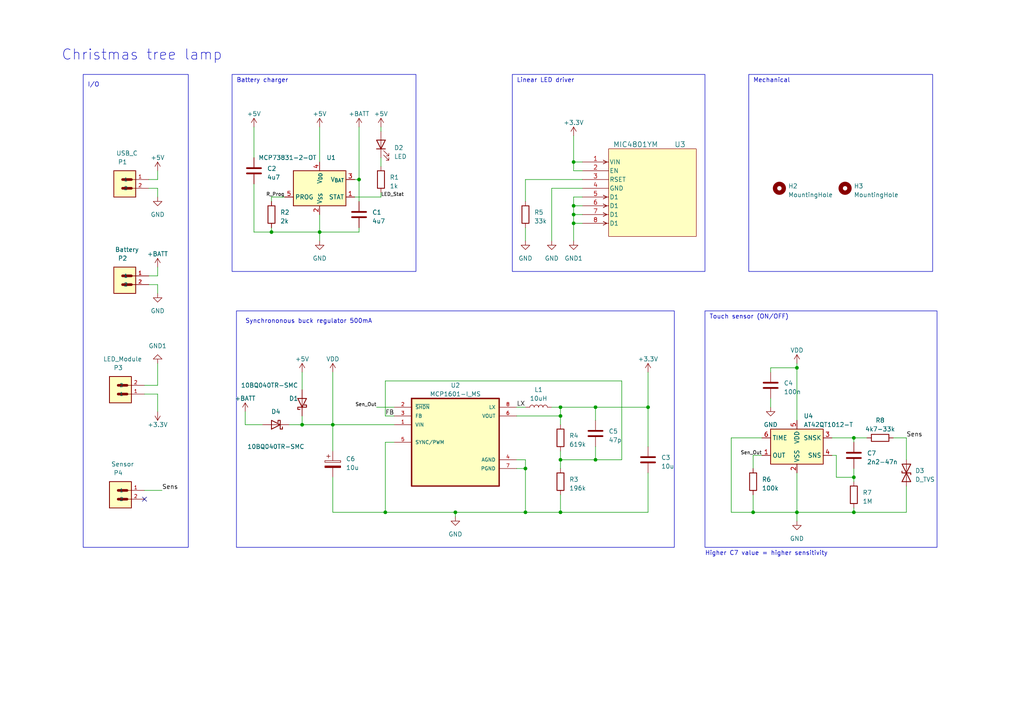
<source format=kicad_sch>
(kicad_sch (version 20230121) (generator eeschema)

  (uuid 421bf59e-d9f7-45d1-a0bd-440540a059a5)

  (paper "A4")

  (lib_symbols
    (symbol "Battery_Management:MCP73831-2-OT" (in_bom yes) (on_board yes)
      (property "Reference" "U" (at -7.62 6.35 0)
        (effects (font (size 1.27 1.27)) (justify left))
      )
      (property "Value" "MCP73831-2-OT" (at 1.27 6.35 0)
        (effects (font (size 1.27 1.27)) (justify left))
      )
      (property "Footprint" "Package_TO_SOT_SMD:SOT-23-5" (at 1.27 -6.35 0)
        (effects (font (size 1.27 1.27) italic) (justify left) hide)
      )
      (property "Datasheet" "http://ww1.microchip.com/downloads/en/DeviceDoc/20001984g.pdf" (at -3.81 -1.27 0)
        (effects (font (size 1.27 1.27)) hide)
      )
      (property "ki_keywords" "battery charger lithium" (at 0 0 0)
        (effects (font (size 1.27 1.27)) hide)
      )
      (property "ki_description" "Single cell, Li-Ion/Li-Po charge management controller, 4.20V, Tri-State Status Output, in SOT23-5 package" (at 0 0 0)
        (effects (font (size 1.27 1.27)) hide)
      )
      (property "ki_fp_filters" "SOT?23*" (at 0 0 0)
        (effects (font (size 1.27 1.27)) hide)
      )
      (symbol "MCP73831-2-OT_0_1"
        (rectangle (start -7.62 5.08) (end 7.62 -5.08)
          (stroke (width 0.254) (type default))
          (fill (type background))
        )
      )
      (symbol "MCP73831-2-OT_1_1"
        (pin output line (at 10.16 -2.54 180) (length 2.54)
          (name "STAT" (effects (font (size 1.27 1.27))))
          (number "1" (effects (font (size 1.27 1.27))))
        )
        (pin power_in line (at 0 -7.62 90) (length 2.54)
          (name "V_{SS}" (effects (font (size 1.27 1.27))))
          (number "2" (effects (font (size 1.27 1.27))))
        )
        (pin power_out line (at 10.16 2.54 180) (length 2.54)
          (name "V_{BAT}" (effects (font (size 1.27 1.27))))
          (number "3" (effects (font (size 1.27 1.27))))
        )
        (pin power_in line (at 0 7.62 270) (length 2.54)
          (name "V_{DD}" (effects (font (size 1.27 1.27))))
          (number "4" (effects (font (size 1.27 1.27))))
        )
        (pin input line (at -10.16 -2.54 0) (length 2.54)
          (name "PROG" (effects (font (size 1.27 1.27))))
          (number "5" (effects (font (size 1.27 1.27))))
        )
      )
    )
    (symbol "Device:C" (pin_numbers hide) (pin_names (offset 0.254)) (in_bom yes) (on_board yes)
      (property "Reference" "C" (at 0.635 2.54 0)
        (effects (font (size 1.27 1.27)) (justify left))
      )
      (property "Value" "C" (at 0.635 -2.54 0)
        (effects (font (size 1.27 1.27)) (justify left))
      )
      (property "Footprint" "" (at 0.9652 -3.81 0)
        (effects (font (size 1.27 1.27)) hide)
      )
      (property "Datasheet" "~" (at 0 0 0)
        (effects (font (size 1.27 1.27)) hide)
      )
      (property "ki_keywords" "cap capacitor" (at 0 0 0)
        (effects (font (size 1.27 1.27)) hide)
      )
      (property "ki_description" "Unpolarized capacitor" (at 0 0 0)
        (effects (font (size 1.27 1.27)) hide)
      )
      (property "ki_fp_filters" "C_*" (at 0 0 0)
        (effects (font (size 1.27 1.27)) hide)
      )
      (symbol "C_0_1"
        (polyline
          (pts
            (xy -2.032 -0.762)
            (xy 2.032 -0.762)
          )
          (stroke (width 0.508) (type default))
          (fill (type none))
        )
        (polyline
          (pts
            (xy -2.032 0.762)
            (xy 2.032 0.762)
          )
          (stroke (width 0.508) (type default))
          (fill (type none))
        )
      )
      (symbol "C_1_1"
        (pin passive line (at 0 3.81 270) (length 2.794)
          (name "~" (effects (font (size 1.27 1.27))))
          (number "1" (effects (font (size 1.27 1.27))))
        )
        (pin passive line (at 0 -3.81 90) (length 2.794)
          (name "~" (effects (font (size 1.27 1.27))))
          (number "2" (effects (font (size 1.27 1.27))))
        )
      )
    )
    (symbol "Device:C_Polarized" (pin_numbers hide) (pin_names (offset 0.254)) (in_bom yes) (on_board yes)
      (property "Reference" "C" (at 0.635 2.54 0)
        (effects (font (size 1.27 1.27)) (justify left))
      )
      (property "Value" "C_Polarized" (at 0.635 -2.54 0)
        (effects (font (size 1.27 1.27)) (justify left))
      )
      (property "Footprint" "" (at 0.9652 -3.81 0)
        (effects (font (size 1.27 1.27)) hide)
      )
      (property "Datasheet" "~" (at 0 0 0)
        (effects (font (size 1.27 1.27)) hide)
      )
      (property "ki_keywords" "cap capacitor" (at 0 0 0)
        (effects (font (size 1.27 1.27)) hide)
      )
      (property "ki_description" "Polarized capacitor" (at 0 0 0)
        (effects (font (size 1.27 1.27)) hide)
      )
      (property "ki_fp_filters" "CP_*" (at 0 0 0)
        (effects (font (size 1.27 1.27)) hide)
      )
      (symbol "C_Polarized_0_1"
        (rectangle (start -2.286 0.508) (end 2.286 1.016)
          (stroke (width 0) (type default))
          (fill (type none))
        )
        (polyline
          (pts
            (xy -1.778 2.286)
            (xy -0.762 2.286)
          )
          (stroke (width 0) (type default))
          (fill (type none))
        )
        (polyline
          (pts
            (xy -1.27 2.794)
            (xy -1.27 1.778)
          )
          (stroke (width 0) (type default))
          (fill (type none))
        )
        (rectangle (start 2.286 -0.508) (end -2.286 -1.016)
          (stroke (width 0) (type default))
          (fill (type outline))
        )
      )
      (symbol "C_Polarized_1_1"
        (pin passive line (at 0 3.81 270) (length 2.794)
          (name "~" (effects (font (size 1.27 1.27))))
          (number "1" (effects (font (size 1.27 1.27))))
        )
        (pin passive line (at 0 -3.81 90) (length 2.794)
          (name "~" (effects (font (size 1.27 1.27))))
          (number "2" (effects (font (size 1.27 1.27))))
        )
      )
    )
    (symbol "Device:D_Schottky" (pin_numbers hide) (pin_names (offset 1.016) hide) (in_bom yes) (on_board yes)
      (property "Reference" "D" (at 0 2.54 0)
        (effects (font (size 1.27 1.27)))
      )
      (property "Value" "D_Schottky" (at 0 -2.54 0)
        (effects (font (size 1.27 1.27)))
      )
      (property "Footprint" "" (at 0 0 0)
        (effects (font (size 1.27 1.27)) hide)
      )
      (property "Datasheet" "~" (at 0 0 0)
        (effects (font (size 1.27 1.27)) hide)
      )
      (property "ki_keywords" "diode Schottky" (at 0 0 0)
        (effects (font (size 1.27 1.27)) hide)
      )
      (property "ki_description" "Schottky diode" (at 0 0 0)
        (effects (font (size 1.27 1.27)) hide)
      )
      (property "ki_fp_filters" "TO-???* *_Diode_* *SingleDiode* D_*" (at 0 0 0)
        (effects (font (size 1.27 1.27)) hide)
      )
      (symbol "D_Schottky_0_1"
        (polyline
          (pts
            (xy 1.27 0)
            (xy -1.27 0)
          )
          (stroke (width 0) (type default))
          (fill (type none))
        )
        (polyline
          (pts
            (xy 1.27 1.27)
            (xy 1.27 -1.27)
            (xy -1.27 0)
            (xy 1.27 1.27)
          )
          (stroke (width 0.254) (type default))
          (fill (type none))
        )
        (polyline
          (pts
            (xy -1.905 0.635)
            (xy -1.905 1.27)
            (xy -1.27 1.27)
            (xy -1.27 -1.27)
            (xy -0.635 -1.27)
            (xy -0.635 -0.635)
          )
          (stroke (width 0.254) (type default))
          (fill (type none))
        )
      )
      (symbol "D_Schottky_1_1"
        (pin passive line (at -3.81 0 0) (length 2.54)
          (name "K" (effects (font (size 1.27 1.27))))
          (number "1" (effects (font (size 1.27 1.27))))
        )
        (pin passive line (at 3.81 0 180) (length 2.54)
          (name "A" (effects (font (size 1.27 1.27))))
          (number "2" (effects (font (size 1.27 1.27))))
        )
      )
    )
    (symbol "Device:D_TVS" (pin_numbers hide) (pin_names (offset 1.016) hide) (in_bom yes) (on_board yes)
      (property "Reference" "D" (at 0 2.54 0)
        (effects (font (size 1.27 1.27)))
      )
      (property "Value" "D_TVS" (at 0 -2.54 0)
        (effects (font (size 1.27 1.27)))
      )
      (property "Footprint" "" (at 0 0 0)
        (effects (font (size 1.27 1.27)) hide)
      )
      (property "Datasheet" "~" (at 0 0 0)
        (effects (font (size 1.27 1.27)) hide)
      )
      (property "ki_keywords" "diode TVS thyrector" (at 0 0 0)
        (effects (font (size 1.27 1.27)) hide)
      )
      (property "ki_description" "Bidirectional transient-voltage-suppression diode" (at 0 0 0)
        (effects (font (size 1.27 1.27)) hide)
      )
      (property "ki_fp_filters" "TO-???* *_Diode_* *SingleDiode* D_*" (at 0 0 0)
        (effects (font (size 1.27 1.27)) hide)
      )
      (symbol "D_TVS_0_1"
        (polyline
          (pts
            (xy 1.27 0)
            (xy -1.27 0)
          )
          (stroke (width 0) (type default))
          (fill (type none))
        )
        (polyline
          (pts
            (xy 0.508 1.27)
            (xy 0 1.27)
            (xy 0 -1.27)
            (xy -0.508 -1.27)
          )
          (stroke (width 0.254) (type default))
          (fill (type none))
        )
        (polyline
          (pts
            (xy -2.54 1.27)
            (xy -2.54 -1.27)
            (xy 2.54 1.27)
            (xy 2.54 -1.27)
            (xy -2.54 1.27)
          )
          (stroke (width 0.254) (type default))
          (fill (type none))
        )
      )
      (symbol "D_TVS_1_1"
        (pin passive line (at -3.81 0 0) (length 2.54)
          (name "A1" (effects (font (size 1.27 1.27))))
          (number "1" (effects (font (size 1.27 1.27))))
        )
        (pin passive line (at 3.81 0 180) (length 2.54)
          (name "A2" (effects (font (size 1.27 1.27))))
          (number "2" (effects (font (size 1.27 1.27))))
        )
      )
    )
    (symbol "Device:L" (pin_numbers hide) (pin_names (offset 1.016) hide) (in_bom yes) (on_board yes)
      (property "Reference" "L" (at -1.27 0 90)
        (effects (font (size 1.27 1.27)))
      )
      (property "Value" "L" (at 1.905 0 90)
        (effects (font (size 1.27 1.27)))
      )
      (property "Footprint" "" (at 0 0 0)
        (effects (font (size 1.27 1.27)) hide)
      )
      (property "Datasheet" "~" (at 0 0 0)
        (effects (font (size 1.27 1.27)) hide)
      )
      (property "ki_keywords" "inductor choke coil reactor magnetic" (at 0 0 0)
        (effects (font (size 1.27 1.27)) hide)
      )
      (property "ki_description" "Inductor" (at 0 0 0)
        (effects (font (size 1.27 1.27)) hide)
      )
      (property "ki_fp_filters" "Choke_* *Coil* Inductor_* L_*" (at 0 0 0)
        (effects (font (size 1.27 1.27)) hide)
      )
      (symbol "L_0_1"
        (arc (start 0 -2.54) (mid 0.6323 -1.905) (end 0 -1.27)
          (stroke (width 0) (type default))
          (fill (type none))
        )
        (arc (start 0 -1.27) (mid 0.6323 -0.635) (end 0 0)
          (stroke (width 0) (type default))
          (fill (type none))
        )
        (arc (start 0 0) (mid 0.6323 0.635) (end 0 1.27)
          (stroke (width 0) (type default))
          (fill (type none))
        )
        (arc (start 0 1.27) (mid 0.6323 1.905) (end 0 2.54)
          (stroke (width 0) (type default))
          (fill (type none))
        )
      )
      (symbol "L_1_1"
        (pin passive line (at 0 3.81 270) (length 1.27)
          (name "1" (effects (font (size 1.27 1.27))))
          (number "1" (effects (font (size 1.27 1.27))))
        )
        (pin passive line (at 0 -3.81 90) (length 1.27)
          (name "2" (effects (font (size 1.27 1.27))))
          (number "2" (effects (font (size 1.27 1.27))))
        )
      )
    )
    (symbol "Device:LED" (pin_numbers hide) (pin_names (offset 1.016) hide) (in_bom yes) (on_board yes)
      (property "Reference" "D" (at 0 2.54 0)
        (effects (font (size 1.27 1.27)))
      )
      (property "Value" "LED" (at 0 -2.54 0)
        (effects (font (size 1.27 1.27)))
      )
      (property "Footprint" "" (at 0 0 0)
        (effects (font (size 1.27 1.27)) hide)
      )
      (property "Datasheet" "~" (at 0 0 0)
        (effects (font (size 1.27 1.27)) hide)
      )
      (property "ki_keywords" "LED diode" (at 0 0 0)
        (effects (font (size 1.27 1.27)) hide)
      )
      (property "ki_description" "Light emitting diode" (at 0 0 0)
        (effects (font (size 1.27 1.27)) hide)
      )
      (property "ki_fp_filters" "LED* LED_SMD:* LED_THT:*" (at 0 0 0)
        (effects (font (size 1.27 1.27)) hide)
      )
      (symbol "LED_0_1"
        (polyline
          (pts
            (xy -1.27 -1.27)
            (xy -1.27 1.27)
          )
          (stroke (width 0.254) (type default))
          (fill (type none))
        )
        (polyline
          (pts
            (xy -1.27 0)
            (xy 1.27 0)
          )
          (stroke (width 0) (type default))
          (fill (type none))
        )
        (polyline
          (pts
            (xy 1.27 -1.27)
            (xy 1.27 1.27)
            (xy -1.27 0)
            (xy 1.27 -1.27)
          )
          (stroke (width 0.254) (type default))
          (fill (type none))
        )
        (polyline
          (pts
            (xy -3.048 -0.762)
            (xy -4.572 -2.286)
            (xy -3.81 -2.286)
            (xy -4.572 -2.286)
            (xy -4.572 -1.524)
          )
          (stroke (width 0) (type default))
          (fill (type none))
        )
        (polyline
          (pts
            (xy -1.778 -0.762)
            (xy -3.302 -2.286)
            (xy -2.54 -2.286)
            (xy -3.302 -2.286)
            (xy -3.302 -1.524)
          )
          (stroke (width 0) (type default))
          (fill (type none))
        )
      )
      (symbol "LED_1_1"
        (pin passive line (at -3.81 0 0) (length 2.54)
          (name "K" (effects (font (size 1.27 1.27))))
          (number "1" (effects (font (size 1.27 1.27))))
        )
        (pin passive line (at 3.81 0 180) (length 2.54)
          (name "A" (effects (font (size 1.27 1.27))))
          (number "2" (effects (font (size 1.27 1.27))))
        )
      )
    )
    (symbol "Device:R" (pin_numbers hide) (pin_names (offset 0)) (in_bom yes) (on_board yes)
      (property "Reference" "R" (at 2.032 0 90)
        (effects (font (size 1.27 1.27)))
      )
      (property "Value" "R" (at 0 0 90)
        (effects (font (size 1.27 1.27)))
      )
      (property "Footprint" "" (at -1.778 0 90)
        (effects (font (size 1.27 1.27)) hide)
      )
      (property "Datasheet" "~" (at 0 0 0)
        (effects (font (size 1.27 1.27)) hide)
      )
      (property "ki_keywords" "R res resistor" (at 0 0 0)
        (effects (font (size 1.27 1.27)) hide)
      )
      (property "ki_description" "Resistor" (at 0 0 0)
        (effects (font (size 1.27 1.27)) hide)
      )
      (property "ki_fp_filters" "R_*" (at 0 0 0)
        (effects (font (size 1.27 1.27)) hide)
      )
      (symbol "R_0_1"
        (rectangle (start -1.016 -2.54) (end 1.016 2.54)
          (stroke (width 0.254) (type default))
          (fill (type none))
        )
      )
      (symbol "R_1_1"
        (pin passive line (at 0 3.81 270) (length 1.27)
          (name "~" (effects (font (size 1.27 1.27))))
          (number "1" (effects (font (size 1.27 1.27))))
        )
        (pin passive line (at 0 -3.81 90) (length 1.27)
          (name "~" (effects (font (size 1.27 1.27))))
          (number "2" (effects (font (size 1.27 1.27))))
        )
      )
    )
    (symbol "MCP1601-I_MS:MCP1601-I_MS" (pin_names (offset 1.016)) (in_bom yes) (on_board yes)
      (property "Reference" "U" (at -12.7 13.7 0)
        (effects (font (size 1.27 1.27)) (justify left bottom))
      )
      (property "Value" "MCP1601-I_MS" (at -12.7 -16.7 0)
        (effects (font (size 1.27 1.27)) (justify left bottom))
      )
      (property "Footprint" "MCP1601-I_MS:SOP65P490X110-8N" (at 0 0 0)
        (effects (font (size 1.27 1.27)) (justify bottom) hide)
      )
      (property "Datasheet" "" (at 0 0 0)
        (effects (font (size 1.27 1.27)) hide)
      )
      (symbol "MCP1601-I_MS_0_0"
        (rectangle (start -12.7 -12.7) (end 12.7 12.7)
          (stroke (width 0.41) (type default))
          (fill (type background))
        )
        (pin input line (at -17.78 5.08 0) (length 5.08)
          (name "VIN" (effects (font (size 1.016 1.016))))
          (number "1" (effects (font (size 1.016 1.016))))
        )
        (pin input line (at -17.78 10.16 0) (length 5.08)
          (name "~{SHDN}" (effects (font (size 1.016 1.016))))
          (number "2" (effects (font (size 1.016 1.016))))
        )
        (pin input line (at -17.78 7.62 0) (length 5.08)
          (name "FB" (effects (font (size 1.016 1.016))))
          (number "3" (effects (font (size 1.016 1.016))))
        )
        (pin power_in line (at 17.78 -5.08 180) (length 5.08)
          (name "AGND" (effects (font (size 1.016 1.016))))
          (number "4" (effects (font (size 1.016 1.016))))
        )
        (pin bidirectional line (at -17.78 0 0) (length 5.08)
          (name "SYNC/PWM" (effects (font (size 1.016 1.016))))
          (number "5" (effects (font (size 1.016 1.016))))
        )
        (pin output line (at 17.78 7.62 180) (length 5.08)
          (name "VOUT" (effects (font (size 1.016 1.016))))
          (number "6" (effects (font (size 1.016 1.016))))
        )
        (pin power_in line (at 17.78 -7.62 180) (length 5.08)
          (name "PGND" (effects (font (size 1.016 1.016))))
          (number "7" (effects (font (size 1.016 1.016))))
        )
        (pin output line (at 17.78 10.16 180) (length 5.08)
          (name "LX" (effects (font (size 1.016 1.016))))
          (number "8" (effects (font (size 1.016 1.016))))
        )
      )
    )
    (symbol "MIC4801YM:MIC4801YM" (pin_names (offset 0.254)) (in_bom yes) (on_board yes)
      (property "Reference" "U3" (at 26.67 5.08 0)
        (effects (font (size 1.524 1.524)) (justify left))
      )
      (property "Value" "MIC4801YM" (at 8.89 5.08 0)
        (effects (font (size 1.524 1.524)) (justify left))
      )
      (property "Footprint" "SOIC-8_M_MCL" (at 0 0 0)
        (effects (font (size 1.27 1.27) italic) hide)
      )
      (property "Datasheet" "MIC4801YM" (at 0 0 0)
        (effects (font (size 1.27 1.27) italic) hide)
      )
      (property "ki_locked" "" (at 0 0 0)
        (effects (font (size 1.27 1.27)))
      )
      (property "ki_keywords" "MIC4801YM" (at 0 0 0)
        (effects (font (size 1.27 1.27)) hide)
      )
      (property "ki_fp_filters" "SOIC-8_M_MCL SOIC-8_M_MCL-M SOIC-8_M_MCL-L" (at 0 0 0)
        (effects (font (size 1.27 1.27)) hide)
      )
      (symbol "MIC4801YM_0_1"
        (polyline
          (pts
            (xy 7.0993 -17.78)
            (xy 6.0579 -18.3007)
          )
          (stroke (width 0.2032) (type default))
          (fill (type none))
        )
        (polyline
          (pts
            (xy 7.0993 -17.78)
            (xy 6.0579 -17.2593)
          )
          (stroke (width 0.2032) (type default))
          (fill (type none))
        )
        (polyline
          (pts
            (xy 7.0993 -15.24)
            (xy 6.0579 -15.7607)
          )
          (stroke (width 0.2032) (type default))
          (fill (type none))
        )
        (polyline
          (pts
            (xy 7.0993 -15.24)
            (xy 6.0579 -14.7193)
          )
          (stroke (width 0.2032) (type default))
          (fill (type none))
        )
        (polyline
          (pts
            (xy 7.0993 -12.7)
            (xy 6.0579 -13.2207)
          )
          (stroke (width 0.2032) (type default))
          (fill (type none))
        )
        (polyline
          (pts
            (xy 7.0993 -12.7)
            (xy 6.0579 -12.1793)
          )
          (stroke (width 0.2032) (type default))
          (fill (type none))
        )
        (polyline
          (pts
            (xy 7.0993 -10.16)
            (xy 6.0579 -10.6807)
          )
          (stroke (width 0.2032) (type default))
          (fill (type none))
        )
        (polyline
          (pts
            (xy 7.0993 -10.16)
            (xy 6.0579 -9.6393)
          )
          (stroke (width 0.2032) (type default))
          (fill (type none))
        )
        (polyline
          (pts
            (xy 7.0993 0)
            (xy 6.0579 -0.5207)
          )
          (stroke (width 0.2032) (type default))
          (fill (type none))
        )
        (polyline
          (pts
            (xy 7.0993 0)
            (xy 6.0579 0.5207)
          )
          (stroke (width 0.2032) (type default))
          (fill (type none))
        )
        (pin input line (at 0 0 0) (length 7.62)
          (name "VIN" (effects (font (size 1.27 1.27))))
          (number "1" (effects (font (size 1.27 1.27))))
        )
        (pin unspecified line (at 0 -2.54 0) (length 7.62)
          (name "EN" (effects (font (size 1.27 1.27))))
          (number "2" (effects (font (size 1.27 1.27))))
        )
        (pin unspecified line (at 0 -5.08 0) (length 7.62)
          (name "RSET" (effects (font (size 1.27 1.27))))
          (number "3" (effects (font (size 1.27 1.27))))
        )
        (pin power_in line (at 0 -7.62 0) (length 7.62)
          (name "GND" (effects (font (size 1.27 1.27))))
          (number "4" (effects (font (size 1.27 1.27))))
        )
        (pin input line (at 0 -10.16 0) (length 7.62)
          (name "D1" (effects (font (size 1.27 1.27))))
          (number "5" (effects (font (size 1.27 1.27))))
        )
        (pin input line (at 0 -12.7 0) (length 7.62)
          (name "D1" (effects (font (size 1.27 1.27))))
          (number "6" (effects (font (size 1.27 1.27))))
        )
        (pin input line (at 0 -15.24 0) (length 7.62)
          (name "D1" (effects (font (size 1.27 1.27))))
          (number "7" (effects (font (size 1.27 1.27))))
        )
        (pin input line (at 0 -17.78 0) (length 7.62)
          (name "D1" (effects (font (size 1.27 1.27))))
          (number "8" (effects (font (size 1.27 1.27))))
        )
      )
      (symbol "MIC4801YM_1_1"
        (rectangle (start 7.62 3.81) (end 33.02 -21.59)
          (stroke (width 0) (type default))
          (fill (type background))
        )
      )
    )
    (symbol "Mechanical:MountingHole" (pin_names (offset 1.016)) (in_bom yes) (on_board yes)
      (property "Reference" "H" (at 0 5.08 0)
        (effects (font (size 1.27 1.27)))
      )
      (property "Value" "MountingHole" (at 0 3.175 0)
        (effects (font (size 1.27 1.27)))
      )
      (property "Footprint" "" (at 0 0 0)
        (effects (font (size 1.27 1.27)) hide)
      )
      (property "Datasheet" "~" (at 0 0 0)
        (effects (font (size 1.27 1.27)) hide)
      )
      (property "ki_keywords" "mounting hole" (at 0 0 0)
        (effects (font (size 1.27 1.27)) hide)
      )
      (property "ki_description" "Mounting Hole without connection" (at 0 0 0)
        (effects (font (size 1.27 1.27)) hide)
      )
      (property "ki_fp_filters" "MountingHole*" (at 0 0 0)
        (effects (font (size 1.27 1.27)) hide)
      )
      (symbol "MountingHole_0_1"
        (circle (center 0 0) (radius 1.27)
          (stroke (width 1.27) (type default))
          (fill (type none))
        )
      )
    )
    (symbol "S2B-PH-SM4-TB:S2B-PH-SM4-TB" (pin_names (offset 1.016)) (in_bom yes) (on_board yes)
      (property "Reference" "P" (at -1.2718 3.8155 0)
        (effects (font (size 1.27 1.27)) (justify left bottom))
      )
      (property "Value" "S2B-PH-SM4-TB" (at -1.271 -5.0839 0)
        (effects (font (size 1.27 1.27)) (justify left bottom))
      )
      (property "Footprint" "S2B-PH-SM4-TB:JST_S2B-PH-SM4-TB" (at 0 0 0)
        (effects (font (size 1.27 1.27)) (justify bottom) hide)
      )
      (property "Datasheet" "" (at 0 0 0)
        (effects (font (size 1.27 1.27)) hide)
      )
      (property "MANUFACTURER" "JST" (at 0 0 0)
        (effects (font (size 1.27 1.27)) (justify bottom) hide)
      )
      (symbol "S2B-PH-SM4-TB_0_0"
        (rectangle (start -1.27 -3.81) (end 5.08 3.81)
          (stroke (width 0.254) (type default))
          (fill (type background))
        )
        (polyline
          (pts
            (xy 0 -1.27)
            (xy 2.54 -1.27)
          )
          (stroke (width 0.762) (type default))
          (fill (type none))
        )
        (polyline
          (pts
            (xy 0 1.27)
            (xy 2.54 1.27)
          )
          (stroke (width 0.762) (type default))
          (fill (type none))
        )
        (pin passive line (at -5.08 1.27 0) (length 5.08)
          (name "1" (effects (font (size 1.016 1.016))))
          (number "1" (effects (font (size 1.016 1.016))))
        )
        (pin passive line (at -5.08 -1.27 0) (length 5.08)
          (name "2" (effects (font (size 1.016 1.016))))
          (number "2" (effects (font (size 1.016 1.016))))
        )
      )
    )
    (symbol "Sensor_Touch:AT42QT1012-T" (in_bom yes) (on_board yes)
      (property "Reference" "U" (at -2.54 8.89 0)
        (effects (font (size 1.27 1.27)) (justify right))
      )
      (property "Value" "AT42QT1012-T" (at -2.54 6.35 0)
        (effects (font (size 1.27 1.27)) (justify right))
      )
      (property "Footprint" "Package_TO_SOT_SMD:SOT-23-6" (at 0 0 0)
        (effects (font (size 1.27 1.27)) hide)
      )
      (property "Datasheet" "http://ww1.microchip.com/downloads/en/DeviceDoc/40001948A.pdf" (at 0 0 0)
        (effects (font (size 1.27 1.27)) hide)
      )
      (property "ki_keywords" "Touch QTouch Sensor Key" (at 0 0 0)
        (effects (font (size 1.27 1.27)) hide)
      )
      (property "ki_description" "Single-Key Touch Sensor IC, SOT-23-6" (at 0 0 0)
        (effects (font (size 1.27 1.27)) hide)
      )
      (property "ki_fp_filters" "SOT?23*" (at 0 0 0)
        (effects (font (size 1.27 1.27)) hide)
      )
      (symbol "AT42QT1012-T_0_1"
        (rectangle (start -7.62 5.08) (end 7.62 -5.08)
          (stroke (width 0.254) (type default))
          (fill (type background))
        )
      )
      (symbol "AT42QT1012-T_1_1"
        (pin output line (at -10.16 -2.54 0) (length 2.54)
          (name "OUT" (effects (font (size 1.27 1.27))))
          (number "1" (effects (font (size 1.27 1.27))))
        )
        (pin power_in line (at 0 -7.62 90) (length 2.54)
          (name "VSS" (effects (font (size 1.27 1.27))))
          (number "2" (effects (font (size 1.27 1.27))))
        )
        (pin passive line (at 10.16 2.54 180) (length 2.54)
          (name "SNSK" (effects (font (size 1.27 1.27))))
          (number "3" (effects (font (size 1.27 1.27))))
        )
        (pin passive line (at 10.16 -2.54 180) (length 2.54)
          (name "SNS" (effects (font (size 1.27 1.27))))
          (number "4" (effects (font (size 1.27 1.27))))
        )
        (pin power_in line (at 0 7.62 270) (length 2.54)
          (name "VDD" (effects (font (size 1.27 1.27))))
          (number "5" (effects (font (size 1.27 1.27))))
        )
        (pin input line (at -10.16 2.54 0) (length 2.54)
          (name "TIME" (effects (font (size 1.27 1.27))))
          (number "6" (effects (font (size 1.27 1.27))))
        )
      )
    )
    (symbol "power:+3.3V" (power) (pin_names (offset 0)) (in_bom yes) (on_board yes)
      (property "Reference" "#PWR" (at 0 -3.81 0)
        (effects (font (size 1.27 1.27)) hide)
      )
      (property "Value" "+3.3V" (at 0 3.556 0)
        (effects (font (size 1.27 1.27)))
      )
      (property "Footprint" "" (at 0 0 0)
        (effects (font (size 1.27 1.27)) hide)
      )
      (property "Datasheet" "" (at 0 0 0)
        (effects (font (size 1.27 1.27)) hide)
      )
      (property "ki_keywords" "global power" (at 0 0 0)
        (effects (font (size 1.27 1.27)) hide)
      )
      (property "ki_description" "Power symbol creates a global label with name \"+3.3V\"" (at 0 0 0)
        (effects (font (size 1.27 1.27)) hide)
      )
      (symbol "+3.3V_0_1"
        (polyline
          (pts
            (xy -0.762 1.27)
            (xy 0 2.54)
          )
          (stroke (width 0) (type default))
          (fill (type none))
        )
        (polyline
          (pts
            (xy 0 0)
            (xy 0 2.54)
          )
          (stroke (width 0) (type default))
          (fill (type none))
        )
        (polyline
          (pts
            (xy 0 2.54)
            (xy 0.762 1.27)
          )
          (stroke (width 0) (type default))
          (fill (type none))
        )
      )
      (symbol "+3.3V_1_1"
        (pin power_in line (at 0 0 90) (length 0) hide
          (name "+3.3V" (effects (font (size 1.27 1.27))))
          (number "1" (effects (font (size 1.27 1.27))))
        )
      )
    )
    (symbol "power:+5V" (power) (pin_names (offset 0)) (in_bom yes) (on_board yes)
      (property "Reference" "#PWR" (at 0 -3.81 0)
        (effects (font (size 1.27 1.27)) hide)
      )
      (property "Value" "+5V" (at 0 3.556 0)
        (effects (font (size 1.27 1.27)))
      )
      (property "Footprint" "" (at 0 0 0)
        (effects (font (size 1.27 1.27)) hide)
      )
      (property "Datasheet" "" (at 0 0 0)
        (effects (font (size 1.27 1.27)) hide)
      )
      (property "ki_keywords" "global power" (at 0 0 0)
        (effects (font (size 1.27 1.27)) hide)
      )
      (property "ki_description" "Power symbol creates a global label with name \"+5V\"" (at 0 0 0)
        (effects (font (size 1.27 1.27)) hide)
      )
      (symbol "+5V_0_1"
        (polyline
          (pts
            (xy -0.762 1.27)
            (xy 0 2.54)
          )
          (stroke (width 0) (type default))
          (fill (type none))
        )
        (polyline
          (pts
            (xy 0 0)
            (xy 0 2.54)
          )
          (stroke (width 0) (type default))
          (fill (type none))
        )
        (polyline
          (pts
            (xy 0 2.54)
            (xy 0.762 1.27)
          )
          (stroke (width 0) (type default))
          (fill (type none))
        )
      )
      (symbol "+5V_1_1"
        (pin power_in line (at 0 0 90) (length 0) hide
          (name "+5V" (effects (font (size 1.27 1.27))))
          (number "1" (effects (font (size 1.27 1.27))))
        )
      )
    )
    (symbol "power:+BATT" (power) (pin_names (offset 0)) (in_bom yes) (on_board yes)
      (property "Reference" "#PWR" (at 0 -3.81 0)
        (effects (font (size 1.27 1.27)) hide)
      )
      (property "Value" "+BATT" (at 0 3.556 0)
        (effects (font (size 1.27 1.27)))
      )
      (property "Footprint" "" (at 0 0 0)
        (effects (font (size 1.27 1.27)) hide)
      )
      (property "Datasheet" "" (at 0 0 0)
        (effects (font (size 1.27 1.27)) hide)
      )
      (property "ki_keywords" "global power battery" (at 0 0 0)
        (effects (font (size 1.27 1.27)) hide)
      )
      (property "ki_description" "Power symbol creates a global label with name \"+BATT\"" (at 0 0 0)
        (effects (font (size 1.27 1.27)) hide)
      )
      (symbol "+BATT_0_1"
        (polyline
          (pts
            (xy -0.762 1.27)
            (xy 0 2.54)
          )
          (stroke (width 0) (type default))
          (fill (type none))
        )
        (polyline
          (pts
            (xy 0 0)
            (xy 0 2.54)
          )
          (stroke (width 0) (type default))
          (fill (type none))
        )
        (polyline
          (pts
            (xy 0 2.54)
            (xy 0.762 1.27)
          )
          (stroke (width 0) (type default))
          (fill (type none))
        )
      )
      (symbol "+BATT_1_1"
        (pin power_in line (at 0 0 90) (length 0) hide
          (name "+BATT" (effects (font (size 1.27 1.27))))
          (number "1" (effects (font (size 1.27 1.27))))
        )
      )
    )
    (symbol "power:GND" (power) (pin_names (offset 0)) (in_bom yes) (on_board yes)
      (property "Reference" "#PWR" (at 0 -6.35 0)
        (effects (font (size 1.27 1.27)) hide)
      )
      (property "Value" "GND" (at 0 -3.81 0)
        (effects (font (size 1.27 1.27)))
      )
      (property "Footprint" "" (at 0 0 0)
        (effects (font (size 1.27 1.27)) hide)
      )
      (property "Datasheet" "" (at 0 0 0)
        (effects (font (size 1.27 1.27)) hide)
      )
      (property "ki_keywords" "global power" (at 0 0 0)
        (effects (font (size 1.27 1.27)) hide)
      )
      (property "ki_description" "Power symbol creates a global label with name \"GND\" , ground" (at 0 0 0)
        (effects (font (size 1.27 1.27)) hide)
      )
      (symbol "GND_0_1"
        (polyline
          (pts
            (xy 0 0)
            (xy 0 -1.27)
            (xy 1.27 -1.27)
            (xy 0 -2.54)
            (xy -1.27 -1.27)
            (xy 0 -1.27)
          )
          (stroke (width 0) (type default))
          (fill (type none))
        )
      )
      (symbol "GND_1_1"
        (pin power_in line (at 0 0 270) (length 0) hide
          (name "GND" (effects (font (size 1.27 1.27))))
          (number "1" (effects (font (size 1.27 1.27))))
        )
      )
    )
    (symbol "power:GND1" (power) (pin_names (offset 0)) (in_bom yes) (on_board yes)
      (property "Reference" "#PWR" (at 0 -6.35 0)
        (effects (font (size 1.27 1.27)) hide)
      )
      (property "Value" "GND1" (at 0 -3.81 0)
        (effects (font (size 1.27 1.27)))
      )
      (property "Footprint" "" (at 0 0 0)
        (effects (font (size 1.27 1.27)) hide)
      )
      (property "Datasheet" "" (at 0 0 0)
        (effects (font (size 1.27 1.27)) hide)
      )
      (property "ki_keywords" "global power" (at 0 0 0)
        (effects (font (size 1.27 1.27)) hide)
      )
      (property "ki_description" "Power symbol creates a global label with name \"GND1\" , ground" (at 0 0 0)
        (effects (font (size 1.27 1.27)) hide)
      )
      (symbol "GND1_0_1"
        (polyline
          (pts
            (xy 0 0)
            (xy 0 -1.27)
            (xy 1.27 -1.27)
            (xy 0 -2.54)
            (xy -1.27 -1.27)
            (xy 0 -1.27)
          )
          (stroke (width 0) (type default))
          (fill (type none))
        )
      )
      (symbol "GND1_1_1"
        (pin power_in line (at 0 0 270) (length 0) hide
          (name "GND1" (effects (font (size 1.27 1.27))))
          (number "1" (effects (font (size 1.27 1.27))))
        )
      )
    )
    (symbol "power:VDD" (power) (pin_names (offset 0)) (in_bom yes) (on_board yes)
      (property "Reference" "#PWR" (at 0 -3.81 0)
        (effects (font (size 1.27 1.27)) hide)
      )
      (property "Value" "VDD" (at 0 3.81 0)
        (effects (font (size 1.27 1.27)))
      )
      (property "Footprint" "" (at 0 0 0)
        (effects (font (size 1.27 1.27)) hide)
      )
      (property "Datasheet" "" (at 0 0 0)
        (effects (font (size 1.27 1.27)) hide)
      )
      (property "ki_keywords" "global power" (at 0 0 0)
        (effects (font (size 1.27 1.27)) hide)
      )
      (property "ki_description" "Power symbol creates a global label with name \"VDD\"" (at 0 0 0)
        (effects (font (size 1.27 1.27)) hide)
      )
      (symbol "VDD_0_1"
        (polyline
          (pts
            (xy -0.762 1.27)
            (xy 0 2.54)
          )
          (stroke (width 0) (type default))
          (fill (type none))
        )
        (polyline
          (pts
            (xy 0 0)
            (xy 0 2.54)
          )
          (stroke (width 0) (type default))
          (fill (type none))
        )
        (polyline
          (pts
            (xy 0 2.54)
            (xy 0.762 1.27)
          )
          (stroke (width 0) (type default))
          (fill (type none))
        )
      )
      (symbol "VDD_1_1"
        (pin power_in line (at 0 0 90) (length 0) hide
          (name "VDD" (effects (font (size 1.27 1.27))))
          (number "1" (effects (font (size 1.27 1.27))))
        )
      )
    )
  )

  (junction (at 162.56 133.35) (diameter 0) (color 0 0 0 0)
    (uuid 0c5fa061-d8d6-4290-be96-b564b1e997fd)
  )
  (junction (at 162.56 118.11) (diameter 0) (color 0 0 0 0)
    (uuid 1b234d29-0871-49d0-8c8b-78a18776e14e)
  )
  (junction (at 218.44 148.59) (diameter 0) (color 0 0 0 0)
    (uuid 1cf4db8b-ad56-44a3-a940-8c61a2615a60)
  )
  (junction (at 231.14 148.59) (diameter 0) (color 0 0 0 0)
    (uuid 1ea6b53d-fb90-46c2-b9a3-6f849445783c)
  )
  (junction (at 166.37 64.77) (diameter 0) (color 0 0 0 0)
    (uuid 21ce5507-c2a1-4a5d-98ce-e3f9f9a9ea4e)
  )
  (junction (at 111.76 148.59) (diameter 0) (color 0 0 0 0)
    (uuid 2237efbf-089c-466e-a270-81777759dfec)
  )
  (junction (at 166.37 59.69) (diameter 0) (color 0 0 0 0)
    (uuid 34e476cd-0766-4e07-b8b1-59187c4bcfaa)
  )
  (junction (at 162.56 120.65) (diameter 0) (color 0 0 0 0)
    (uuid 3eba2fa4-f462-4e67-a97d-92b496c1d20f)
  )
  (junction (at 152.4 148.59) (diameter 0) (color 0 0 0 0)
    (uuid 50d29a8a-0725-4d8a-93e2-3e629fd1c4ca)
  )
  (junction (at 87.63 123.19) (diameter 0) (color 0 0 0 0)
    (uuid 5a87463d-8a60-4c1c-ae06-f42c4bf22a45)
  )
  (junction (at 172.72 133.35) (diameter 0) (color 0 0 0 0)
    (uuid 6c84fc7c-aba0-41ac-b350-37f9bd0ea358)
  )
  (junction (at 92.71 67.31) (diameter 0) (color 0 0 0 0)
    (uuid 6d07a482-f817-4c09-839e-3e9c2a9373f8)
  )
  (junction (at 247.65 127) (diameter 0) (color 0 0 0 0)
    (uuid 6f69eb52-4443-4d02-954c-9d549a1b822b)
  )
  (junction (at 166.37 46.99) (diameter 0) (color 0 0 0 0)
    (uuid 70904a5e-48f1-4144-9f2e-b30cceaff5df)
  )
  (junction (at 187.96 118.11) (diameter 0) (color 0 0 0 0)
    (uuid 875fa22f-8e15-4b19-852a-bcf33cc0048c)
  )
  (junction (at 104.14 52.07) (diameter 0) (color 0 0 0 0)
    (uuid 9b416aea-9ba2-4432-b7d1-420ed07df939)
  )
  (junction (at 78.74 67.31) (diameter 0) (color 0 0 0 0)
    (uuid 9b82c6e0-5064-40e5-8f28-b2b0c2578976)
  )
  (junction (at 247.65 138.43) (diameter 0) (color 0 0 0 0)
    (uuid a4b12578-b593-442c-9fd1-e046929988bd)
  )
  (junction (at 166.37 62.23) (diameter 0) (color 0 0 0 0)
    (uuid b960871c-0c18-4e1f-8978-bd911f175804)
  )
  (junction (at 172.72 118.11) (diameter 0) (color 0 0 0 0)
    (uuid d6313c81-4c1c-4a97-9b45-15a2f5ed07d5)
  )
  (junction (at 152.4 135.89) (diameter 0) (color 0 0 0 0)
    (uuid d735b44d-e5c4-40fd-9459-a071c08fc19e)
  )
  (junction (at 96.52 123.19) (diameter 0) (color 0 0 0 0)
    (uuid dbb39733-d16f-42dc-8451-99077006aaa6)
  )
  (junction (at 247.65 148.59) (diameter 0) (color 0 0 0 0)
    (uuid dcd17388-2310-4cd6-a8c6-ccaf221f02c5)
  )
  (junction (at 162.56 148.59) (diameter 0) (color 0 0 0 0)
    (uuid e19461a8-bdc2-49a7-b01f-9eda6d579941)
  )
  (junction (at 231.14 106.68) (diameter 0) (color 0 0 0 0)
    (uuid e88b608a-e89b-458c-94d6-f3773a65aaca)
  )
  (junction (at 132.08 148.59) (diameter 0) (color 0 0 0 0)
    (uuid f2b653e7-10c5-4471-9d00-63672facd46d)
  )

  (no_connect (at 41.91 144.78) (uuid 0b22df3c-96c5-40e9-8caa-5c14d305deeb))

  (wire (pts (xy 180.34 110.49) (xy 180.34 133.35))
    (stroke (width 0) (type default))
    (uuid 011ca6b6-bae6-4921-8899-9841616ec23c)
  )
  (wire (pts (xy 43.18 52.07) (xy 45.72 52.07))
    (stroke (width 0) (type default))
    (uuid 023518ec-9bf1-4c32-92b1-f682a6db2997)
  )
  (wire (pts (xy 212.09 127) (xy 220.98 127))
    (stroke (width 0) (type default))
    (uuid 0410b4ee-46f0-4df8-88e1-bb3d58ba9fe2)
  )
  (wire (pts (xy 96.52 138.43) (xy 96.52 148.59))
    (stroke (width 0) (type default))
    (uuid 07c54f69-d79c-40b5-acd1-fc189c81589c)
  )
  (wire (pts (xy 160.02 54.61) (xy 168.91 54.61))
    (stroke (width 0) (type default))
    (uuid 08d2ced8-80d1-478b-8a7a-88f0f9b443b5)
  )
  (wire (pts (xy 149.86 120.65) (xy 162.56 120.65))
    (stroke (width 0) (type default))
    (uuid 091a91cb-b8b3-429b-95cf-a251bf5db165)
  )
  (wire (pts (xy 247.65 127) (xy 251.46 127))
    (stroke (width 0) (type default))
    (uuid 0991f215-4d92-49fd-b53a-74d674c6a389)
  )
  (wire (pts (xy 96.52 148.59) (xy 111.76 148.59))
    (stroke (width 0) (type default))
    (uuid 0bf18153-4e64-4ecc-b70b-aeebc16b2f55)
  )
  (wire (pts (xy 160.02 118.11) (xy 162.56 118.11))
    (stroke (width 0) (type default))
    (uuid 0dacf003-35e6-415c-8463-8793516f5ef3)
  )
  (wire (pts (xy 223.52 106.68) (xy 223.52 107.95))
    (stroke (width 0) (type default))
    (uuid 0dd275f9-2d36-4516-bf4d-aa8cb52f2942)
  )
  (wire (pts (xy 45.72 77.47) (xy 45.72 80.01))
    (stroke (width 0) (type default))
    (uuid 0df8cb56-84ae-4aff-ac72-04e9c15e6e43)
  )
  (wire (pts (xy 109.22 118.11) (xy 114.3 118.11))
    (stroke (width 0) (type default))
    (uuid 0ee3bd19-a785-4cc8-acda-32a6b6626809)
  )
  (wire (pts (xy 92.71 67.31) (xy 104.14 67.31))
    (stroke (width 0) (type default))
    (uuid 1201f97c-74e6-4541-8de0-c289eeca2fcb)
  )
  (wire (pts (xy 149.86 135.89) (xy 152.4 135.89))
    (stroke (width 0) (type default))
    (uuid 154286e5-8c54-482c-a291-88c84236b77e)
  )
  (wire (pts (xy 166.37 64.77) (xy 168.91 64.77))
    (stroke (width 0) (type default))
    (uuid 178c3787-41d4-4455-9165-6001a4297210)
  )
  (wire (pts (xy 166.37 62.23) (xy 166.37 64.77))
    (stroke (width 0) (type default))
    (uuid 1aab834e-223a-4448-9207-fa5f895fc01c)
  )
  (wire (pts (xy 187.96 107.95) (xy 187.96 118.11))
    (stroke (width 0) (type default))
    (uuid 1bd4c3a4-311a-4786-b7fc-9d209db8a810)
  )
  (wire (pts (xy 218.44 132.08) (xy 218.44 135.89))
    (stroke (width 0) (type default))
    (uuid 204c405a-6eab-4f87-bbc8-bcf84641cfd4)
  )
  (wire (pts (xy 231.14 106.68) (xy 231.14 121.92))
    (stroke (width 0) (type default))
    (uuid 2151fa84-c129-4fe5-b667-402b4efde64f)
  )
  (wire (pts (xy 110.49 36.83) (xy 110.49 38.1))
    (stroke (width 0) (type default))
    (uuid 21c632b8-0a20-4602-9686-41163718298b)
  )
  (wire (pts (xy 166.37 46.99) (xy 166.37 49.53))
    (stroke (width 0) (type default))
    (uuid 23990838-e56c-4a33-b8eb-50be1fccefb8)
  )
  (wire (pts (xy 231.14 148.59) (xy 247.65 148.59))
    (stroke (width 0) (type default))
    (uuid 28b962ac-8d79-4230-a079-f145c830e3df)
  )
  (wire (pts (xy 231.14 148.59) (xy 231.14 151.13))
    (stroke (width 0) (type default))
    (uuid 2a1e6f9a-39a5-4b9f-9e7d-80bd2f6a51c8)
  )
  (wire (pts (xy 110.49 45.72) (xy 110.49 48.26))
    (stroke (width 0) (type default))
    (uuid 341fc6b1-f1cb-4062-af8c-83dfcaa47dae)
  )
  (wire (pts (xy 172.72 133.35) (xy 180.34 133.35))
    (stroke (width 0) (type default))
    (uuid 34431507-98b0-45db-959c-884214e3cf4c)
  )
  (wire (pts (xy 149.86 118.11) (xy 152.4 118.11))
    (stroke (width 0) (type default))
    (uuid 3a4204d6-ccd6-4dda-8553-1b55eee8759e)
  )
  (wire (pts (xy 104.14 36.83) (xy 104.14 52.07))
    (stroke (width 0) (type default))
    (uuid 3b11fa1c-5504-49ff-b55e-9bd4ff90a9de)
  )
  (wire (pts (xy 166.37 62.23) (xy 168.91 62.23))
    (stroke (width 0) (type default))
    (uuid 3c21895f-b6de-4ec3-94e9-2968f63a6daf)
  )
  (wire (pts (xy 242.57 138.43) (xy 247.65 138.43))
    (stroke (width 0) (type default))
    (uuid 40d00ef2-8aa3-45b2-ba16-8646792f722c)
  )
  (wire (pts (xy 132.08 148.59) (xy 152.4 148.59))
    (stroke (width 0) (type default))
    (uuid 43dc0a9c-099a-47e0-9305-37c2b50b62bd)
  )
  (wire (pts (xy 73.66 53.34) (xy 73.66 67.31))
    (stroke (width 0) (type default))
    (uuid 457ca10c-87cd-4682-8556-62d489ea92fc)
  )
  (wire (pts (xy 162.56 143.51) (xy 162.56 148.59))
    (stroke (width 0) (type default))
    (uuid 45b1d9e5-8477-4cd2-91d4-a43ff4480131)
  )
  (wire (pts (xy 247.65 148.59) (xy 262.89 148.59))
    (stroke (width 0) (type default))
    (uuid 4a1af424-c03c-47d2-afd9-de26b96b54ca)
  )
  (wire (pts (xy 162.56 130.81) (xy 162.56 133.35))
    (stroke (width 0) (type default))
    (uuid 4d1c3117-feed-4965-911d-077dc5cb9625)
  )
  (wire (pts (xy 247.65 138.43) (xy 247.65 139.7))
    (stroke (width 0) (type default))
    (uuid 506c66ff-adb2-47c7-a651-8b0a35eb9e34)
  )
  (wire (pts (xy 152.4 52.07) (xy 168.91 52.07))
    (stroke (width 0) (type default))
    (uuid 52130d2e-5cb9-40ce-9be9-104fb7859fa7)
  )
  (wire (pts (xy 96.52 123.19) (xy 114.3 123.19))
    (stroke (width 0) (type default))
    (uuid 528397ba-5406-4adc-86df-3af3695c792c)
  )
  (wire (pts (xy 111.76 128.27) (xy 111.76 148.59))
    (stroke (width 0) (type default))
    (uuid 5392496a-f615-4683-b32b-ad9b6d724d55)
  )
  (wire (pts (xy 223.52 106.68) (xy 231.14 106.68))
    (stroke (width 0) (type default))
    (uuid 54240e01-3e88-4373-8b1b-99c39bd685f0)
  )
  (wire (pts (xy 218.44 148.59) (xy 231.14 148.59))
    (stroke (width 0) (type default))
    (uuid 554fc3d8-7f6d-4244-ae64-6b4d3822b76b)
  )
  (wire (pts (xy 149.86 133.35) (xy 152.4 133.35))
    (stroke (width 0) (type default))
    (uuid 577f6f55-64fe-41fe-866a-50662cf9f8e0)
  )
  (wire (pts (xy 92.71 36.83) (xy 92.71 46.99))
    (stroke (width 0) (type default))
    (uuid 5a5be82f-d25c-49fa-afa2-b7b11354886c)
  )
  (wire (pts (xy 111.76 110.49) (xy 111.76 120.65))
    (stroke (width 0) (type default))
    (uuid 5b312d7f-9cc6-408f-9052-68508796294c)
  )
  (wire (pts (xy 172.72 118.11) (xy 187.96 118.11))
    (stroke (width 0) (type default))
    (uuid 63522f28-83d0-4abf-a173-e8f51cca88ff)
  )
  (wire (pts (xy 218.44 132.08) (xy 220.98 132.08))
    (stroke (width 0) (type default))
    (uuid 65cf1268-e3ce-44ae-b187-d54e0dd2a235)
  )
  (wire (pts (xy 83.82 123.19) (xy 87.63 123.19))
    (stroke (width 0) (type default))
    (uuid 66b629ed-6b5a-45af-a4be-dad5df1062ab)
  )
  (wire (pts (xy 231.14 137.16) (xy 231.14 148.59))
    (stroke (width 0) (type default))
    (uuid 66ff5aa8-9cce-420a-93aa-6ff9ef16ef68)
  )
  (wire (pts (xy 45.72 114.3) (xy 41.91 114.3))
    (stroke (width 0) (type default))
    (uuid 6737d75d-8677-4700-836f-2210fb5d8fe7)
  )
  (wire (pts (xy 102.87 57.15) (xy 110.49 57.15))
    (stroke (width 0) (type default))
    (uuid 6a98cd7f-0629-4fc6-8a1a-e70d56d23f4b)
  )
  (wire (pts (xy 166.37 39.37) (xy 166.37 46.99))
    (stroke (width 0) (type default))
    (uuid 712d38fa-46de-4e2b-9bb6-2cfa042d5d87)
  )
  (wire (pts (xy 166.37 57.15) (xy 168.91 57.15))
    (stroke (width 0) (type default))
    (uuid 725a8e48-ae28-485d-bf15-43484d582483)
  )
  (wire (pts (xy 104.14 52.07) (xy 104.14 58.42))
    (stroke (width 0) (type default))
    (uuid 72c9c0b1-237e-4ea6-91a4-6fecb301523d)
  )
  (wire (pts (xy 162.56 118.11) (xy 172.72 118.11))
    (stroke (width 0) (type default))
    (uuid 73a886f6-2f8e-466c-850d-732a07eba773)
  )
  (wire (pts (xy 162.56 133.35) (xy 162.56 135.89))
    (stroke (width 0) (type default))
    (uuid 73ad5f15-4842-42ab-a1ce-2c08482e790a)
  )
  (wire (pts (xy 241.3 127) (xy 247.65 127))
    (stroke (width 0) (type default))
    (uuid 746194d5-ba54-4481-9bd7-0d227ad7c7ee)
  )
  (wire (pts (xy 110.49 55.88) (xy 110.49 57.15))
    (stroke (width 0) (type default))
    (uuid 795ae5c9-e6a3-4461-970b-1954eee695f3)
  )
  (wire (pts (xy 152.4 133.35) (xy 152.4 135.89))
    (stroke (width 0) (type default))
    (uuid 79f6a082-5e32-45e8-9f2c-8f84ab553ebc)
  )
  (wire (pts (xy 111.76 128.27) (xy 114.3 128.27))
    (stroke (width 0) (type default))
    (uuid 7a887332-9f46-449e-a4b6-989d9c9b33c5)
  )
  (wire (pts (xy 166.37 64.77) (xy 166.37 69.85))
    (stroke (width 0) (type default))
    (uuid 7b8bca04-6540-407e-bd1c-d838b871d2ff)
  )
  (wire (pts (xy 212.09 127) (xy 212.09 148.59))
    (stroke (width 0) (type default))
    (uuid 7c0cff75-cb58-4472-9f93-58cb7060d22d)
  )
  (wire (pts (xy 43.18 80.01) (xy 45.72 80.01))
    (stroke (width 0) (type default))
    (uuid 7c6ea0eb-13d5-4656-8530-54d3d16e5ac3)
  )
  (wire (pts (xy 162.56 120.65) (xy 162.56 123.19))
    (stroke (width 0) (type default))
    (uuid 7d835d0f-6bca-4dfa-be14-44bf928d7f9a)
  )
  (wire (pts (xy 87.63 107.95) (xy 87.63 113.03))
    (stroke (width 0) (type default))
    (uuid 7e954ed9-a406-4f1a-ae4e-47478c07a7d6)
  )
  (wire (pts (xy 92.71 62.23) (xy 92.71 67.31))
    (stroke (width 0) (type default))
    (uuid 7eaf7966-5056-4e31-97d6-42443d1f9097)
  )
  (wire (pts (xy 96.52 123.19) (xy 96.52 130.81))
    (stroke (width 0) (type default))
    (uuid 815e99ec-8980-4e98-abed-ceaaa484e04a)
  )
  (wire (pts (xy 166.37 49.53) (xy 168.91 49.53))
    (stroke (width 0) (type default))
    (uuid 83846246-7a4e-4a3a-a816-d86c77972f64)
  )
  (wire (pts (xy 160.02 54.61) (xy 160.02 69.85))
    (stroke (width 0) (type default))
    (uuid 8399d1d6-1ace-4eb2-9fdf-e4d272619959)
  )
  (wire (pts (xy 152.4 52.07) (xy 152.4 58.42))
    (stroke (width 0) (type default))
    (uuid 84f2c74a-f58c-4154-b1c1-b5fc6a338a64)
  )
  (wire (pts (xy 172.72 118.11) (xy 172.72 121.92))
    (stroke (width 0) (type default))
    (uuid 8744f009-857a-48ad-8102-1e0584945611)
  )
  (wire (pts (xy 172.72 129.54) (xy 172.72 133.35))
    (stroke (width 0) (type default))
    (uuid 89de515c-58a6-495d-9b20-7fcbb82e4dad)
  )
  (wire (pts (xy 241.3 132.08) (xy 242.57 132.08))
    (stroke (width 0) (type default))
    (uuid 8bdb3a8b-6cce-4a50-804f-ce8c2a9b3d75)
  )
  (wire (pts (xy 45.72 82.55) (xy 45.72 85.09))
    (stroke (width 0) (type default))
    (uuid 8f10b850-9dd8-4673-8ad0-a0964388c56a)
  )
  (wire (pts (xy 162.56 133.35) (xy 172.72 133.35))
    (stroke (width 0) (type default))
    (uuid 8fc3efa4-f454-4115-a631-26371fe0d75f)
  )
  (wire (pts (xy 43.18 82.55) (xy 45.72 82.55))
    (stroke (width 0) (type default))
    (uuid 95c87aa2-c536-4dd3-b2f6-cc1cc72fb60c)
  )
  (wire (pts (xy 247.65 135.89) (xy 247.65 138.43))
    (stroke (width 0) (type default))
    (uuid 96a19ee8-301b-481d-a2ec-b2d0372c578b)
  )
  (wire (pts (xy 73.66 36.83) (xy 73.66 45.72))
    (stroke (width 0) (type default))
    (uuid 97f871f1-2555-44f1-b6b5-8515c9fe8ed5)
  )
  (wire (pts (xy 111.76 148.59) (xy 132.08 148.59))
    (stroke (width 0) (type default))
    (uuid 98aba827-d8a9-4ab2-a07b-e3f64879a429)
  )
  (wire (pts (xy 166.37 59.69) (xy 168.91 59.69))
    (stroke (width 0) (type default))
    (uuid 98b55c8a-2328-4b98-a0f7-edb9fe20fa66)
  )
  (wire (pts (xy 87.63 123.19) (xy 96.52 123.19))
    (stroke (width 0) (type default))
    (uuid 9a5180bc-b801-43b6-a1d1-dafef0d0691f)
  )
  (wire (pts (xy 102.87 52.07) (xy 104.14 52.07))
    (stroke (width 0) (type default))
    (uuid a1ac45a3-c5e4-42af-bbc2-fd9bff538e2b)
  )
  (wire (pts (xy 247.65 147.32) (xy 247.65 148.59))
    (stroke (width 0) (type default))
    (uuid a2855315-1a61-4f2b-b31d-2772dee2b129)
  )
  (wire (pts (xy 78.74 66.04) (xy 78.74 67.31))
    (stroke (width 0) (type default))
    (uuid a5cf9661-290e-42d1-b63f-38e4b0d6ccea)
  )
  (wire (pts (xy 187.96 137.16) (xy 187.96 148.59))
    (stroke (width 0) (type default))
    (uuid a6781970-9da1-47ae-ace1-b88155b270ad)
  )
  (wire (pts (xy 247.65 127) (xy 247.65 128.27))
    (stroke (width 0) (type default))
    (uuid b02b48c2-16d8-41a6-8f8c-bce29637aee4)
  )
  (wire (pts (xy 71.12 119.38) (xy 71.12 123.19))
    (stroke (width 0) (type default))
    (uuid b0fd4763-50fe-466c-a57b-bf1c46bc0c06)
  )
  (wire (pts (xy 104.14 67.31) (xy 104.14 66.04))
    (stroke (width 0) (type default))
    (uuid b176b1ea-f0ea-49e8-a9ab-451dee64f8f8)
  )
  (wire (pts (xy 162.56 118.11) (xy 162.56 120.65))
    (stroke (width 0) (type default))
    (uuid b43a4da8-344c-433e-b023-c8909245d769)
  )
  (wire (pts (xy 78.74 67.31) (xy 92.71 67.31))
    (stroke (width 0) (type default))
    (uuid b691efbc-c98a-495a-b0eb-930b78cb007a)
  )
  (wire (pts (xy 223.52 115.57) (xy 223.52 118.11))
    (stroke (width 0) (type default))
    (uuid ba6eba97-0fd4-477b-a05a-f0addb153447)
  )
  (wire (pts (xy 45.72 111.76) (xy 41.91 111.76))
    (stroke (width 0) (type default))
    (uuid ba90d894-85e0-4ff2-a848-6e8bf5d9bd9c)
  )
  (wire (pts (xy 262.89 127) (xy 262.89 133.35))
    (stroke (width 0) (type default))
    (uuid baeda5f3-4014-43be-adb2-51ad7622f0e1)
  )
  (wire (pts (xy 92.71 67.31) (xy 92.71 69.85))
    (stroke (width 0) (type default))
    (uuid bda85f57-3087-4976-9536-bb1360f1d9ad)
  )
  (wire (pts (xy 152.4 135.89) (xy 152.4 148.59))
    (stroke (width 0) (type default))
    (uuid bfb8287f-52b5-48c7-b540-a2839ecc23d0)
  )
  (wire (pts (xy 45.72 49.53) (xy 45.72 52.07))
    (stroke (width 0) (type default))
    (uuid c2d502a5-e277-4729-9eec-84e5aae742bf)
  )
  (wire (pts (xy 242.57 132.08) (xy 242.57 138.43))
    (stroke (width 0) (type default))
    (uuid c52157f1-cddc-491a-bced-02782f628ef6)
  )
  (wire (pts (xy 166.37 59.69) (xy 166.37 62.23))
    (stroke (width 0) (type default))
    (uuid c5e176cf-820c-4e6f-b8f0-7fe6a8d17cc7)
  )
  (wire (pts (xy 166.37 46.99) (xy 168.91 46.99))
    (stroke (width 0) (type default))
    (uuid c7150526-d3f3-4ac3-8bcc-fff6f0a1246b)
  )
  (wire (pts (xy 96.52 107.95) (xy 96.52 123.19))
    (stroke (width 0) (type default))
    (uuid c9782b84-6698-4d66-aa25-0501700dead7)
  )
  (wire (pts (xy 41.91 142.24) (xy 46.99 142.24))
    (stroke (width 0) (type default))
    (uuid ca006849-5845-45be-8ac0-42f1e39a686b)
  )
  (wire (pts (xy 43.18 54.61) (xy 45.72 54.61))
    (stroke (width 0) (type default))
    (uuid cc741633-b080-44ec-9807-6000db2908c3)
  )
  (wire (pts (xy 218.44 143.51) (xy 218.44 148.59))
    (stroke (width 0) (type default))
    (uuid cd3503a3-b5b4-42d3-9062-694b89fbee14)
  )
  (wire (pts (xy 73.66 67.31) (xy 78.74 67.31))
    (stroke (width 0) (type default))
    (uuid d02e8526-0153-4853-8578-609af9e582f4)
  )
  (wire (pts (xy 45.72 111.76) (xy 45.72 105.41))
    (stroke (width 0) (type default))
    (uuid d0e0c61f-6ec4-431c-9e62-a4eff7888122)
  )
  (wire (pts (xy 111.76 120.65) (xy 114.3 120.65))
    (stroke (width 0) (type default))
    (uuid d797455a-3b0e-4724-a5d2-6dcbd74fc143)
  )
  (wire (pts (xy 78.74 57.15) (xy 78.74 58.42))
    (stroke (width 0) (type default))
    (uuid d7c6c3e7-950b-4b61-b3ba-ebdb35b89a16)
  )
  (wire (pts (xy 187.96 118.11) (xy 187.96 129.54))
    (stroke (width 0) (type default))
    (uuid db712f57-38d5-457d-b12e-f47d38f1cae7)
  )
  (wire (pts (xy 111.76 110.49) (xy 180.34 110.49))
    (stroke (width 0) (type default))
    (uuid dc216936-fc0b-4ef9-b0b7-bbd1ccae86b6)
  )
  (wire (pts (xy 166.37 57.15) (xy 166.37 59.69))
    (stroke (width 0) (type default))
    (uuid dfc45ae6-e8d7-4cd7-abec-1e72488846d8)
  )
  (wire (pts (xy 71.12 123.19) (xy 76.2 123.19))
    (stroke (width 0) (type default))
    (uuid e00258bb-11d3-41fa-a083-48bac2a7123a)
  )
  (wire (pts (xy 87.63 120.65) (xy 87.63 123.19))
    (stroke (width 0) (type default))
    (uuid e1a169ac-6ca6-4672-a215-3453ad1fe21b)
  )
  (wire (pts (xy 259.08 127) (xy 262.89 127))
    (stroke (width 0) (type default))
    (uuid e64cba0e-3164-4ba9-aefd-e6b5428282e9)
  )
  (wire (pts (xy 262.89 140.97) (xy 262.89 148.59))
    (stroke (width 0) (type default))
    (uuid e9fa23e2-430f-4982-ab30-a6adcdc89156)
  )
  (wire (pts (xy 45.72 119.38) (xy 45.72 114.3))
    (stroke (width 0) (type default))
    (uuid eb13834e-935e-4bef-aa77-686ee505a4ee)
  )
  (wire (pts (xy 162.56 148.59) (xy 187.96 148.59))
    (stroke (width 0) (type default))
    (uuid eb2beb56-aef9-44e2-bc3c-f5edc611082a)
  )
  (wire (pts (xy 78.74 57.15) (xy 82.55 57.15))
    (stroke (width 0) (type default))
    (uuid f035ec02-0ff0-4e59-a2ce-1dce86d00b46)
  )
  (wire (pts (xy 231.14 105.41) (xy 231.14 106.68))
    (stroke (width 0) (type default))
    (uuid f04fae90-c7a5-4be7-b3e3-f2a547aed0e6)
  )
  (wire (pts (xy 212.09 148.59) (xy 218.44 148.59))
    (stroke (width 0) (type default))
    (uuid f6102d79-7a90-4306-9cc3-fc1c52e155bf)
  )
  (wire (pts (xy 132.08 148.59) (xy 132.08 149.86))
    (stroke (width 0) (type default))
    (uuid f62d3263-fb7e-4ab8-97c1-43cf035d13b5)
  )
  (wire (pts (xy 152.4 66.04) (xy 152.4 69.85))
    (stroke (width 0) (type default))
    (uuid f6def3af-1a24-41fc-ad30-9ebffaff68f8)
  )
  (wire (pts (xy 45.72 54.61) (xy 45.72 57.15))
    (stroke (width 0) (type default))
    (uuid f8c472e7-3b28-4746-812d-bd6e650cd61a)
  )
  (wire (pts (xy 152.4 148.59) (xy 162.56 148.59))
    (stroke (width 0) (type default))
    (uuid fd21b925-9965-4449-bac5-82008fb82342)
  )

  (rectangle (start 67.31 21.59) (end 120.65 78.74)
    (stroke (width 0) (type default))
    (fill (type none))
    (uuid 3ba48de7-1ddd-4029-9d54-f2df96fdc383)
  )
  (rectangle (start 24.13 21.59) (end 54.61 158.75)
    (stroke (width 0) (type default))
    (fill (type none))
    (uuid bdefed88-9d86-46c2-a073-d5f7c6e118af)
  )
  (rectangle (start 204.47 90.17) (end 271.78 158.75)
    (stroke (width 0) (type default))
    (fill (type none))
    (uuid c745303c-ae44-486e-a6fb-2413c83a096e)
  )
  (rectangle (start 148.59 21.59) (end 204.47 78.74)
    (stroke (width 0) (type default))
    (fill (type none))
    (uuid cfd7b0eb-500f-4a5e-bc57-56136df00ecd)
  )
  (rectangle (start 68.58 90.17) (end 195.58 158.75)
    (stroke (width 0) (type default))
    (fill (type none))
    (uuid d266cbda-f324-4c00-85c1-2b7ae8916fd2)
  )
  (rectangle (start 217.17 21.59) (end 270.51 78.74)
    (stroke (width 0) (type default))
    (fill (type none))
    (uuid fee03244-bae9-43a0-82e8-02681347c0ed)
  )

  (text "Synchrononous buck regulator 500mA" (at 71.12 93.98 0)
    (effects (font (size 1.27 1.27)) (justify left bottom))
    (uuid 385a678c-c81a-4848-8a41-7b31919114e0)
  )
  (text "Battery charger" (at 68.58 24.13 0)
    (effects (font (size 1.27 1.27)) (justify left bottom))
    (uuid 475b33a7-0587-4f49-a8bd-61d159044b7a)
  )
  (text "Mechanical" (at 218.44 24.13 0)
    (effects (font (size 1.27 1.27)) (justify left bottom))
    (uuid 54b77032-ade1-43cf-ad71-3c87b6166a9f)
  )
  (text "Linear LED driver" (at 149.86 24.13 0)
    (effects (font (size 1.27 1.27)) (justify left bottom))
    (uuid 57b4f2fe-c5d4-42a5-82f1-8a3e326a40c2)
  )
  (text "Touch sensor (ON/OFF)" (at 205.74 92.71 0)
    (effects (font (size 1.27 1.27)) (justify left bottom))
    (uuid 5d5edae5-9567-4191-b1ce-415d6962488d)
  )
  (text "I/O" (at 25.4 25.4 0)
    (effects (font (size 1.27 1.27)) (justify left bottom))
    (uuid 6bf79fba-d56d-4508-a95f-b99415c64d00)
  )
  (text "Higher C7 value = higher sensitivity" (at 204.47 161.29 0)
    (effects (font (size 1.27 1.27)) (justify left bottom))
    (uuid 9508485e-706e-4cba-b089-08c4bdadf518)
  )
  (text "Christmas tree lamp" (at 17.78 17.78 0)
    (effects (font (size 3 3)) (justify left bottom))
    (uuid ecae8ca0-0b24-4fb0-b157-4319b90b4769)
  )

  (label "Sens" (at 262.89 127 0) (fields_autoplaced)
    (effects (font (size 1.27 1.27)) (justify left bottom))
    (uuid 00972fc1-5e0d-41ff-9b32-fc22a56d9ace)
  )
  (label "R_Prog" (at 82.55 57.15 180) (fields_autoplaced)
    (effects (font (size 1 1)) (justify right bottom))
    (uuid 10c76345-a3a8-4008-9763-790ece983699)
  )
  (label "Sen_Out" (at 109.22 118.11 180) (fields_autoplaced)
    (effects (font (size 1 1)) (justify right bottom))
    (uuid 3bc373a8-904a-4e81-af2a-12d24569531f)
  )
  (label "FB" (at 111.76 120.65 0) (fields_autoplaced)
    (effects (font (size 1.27 1.27)) (justify left bottom))
    (uuid 5722cc91-7bb9-47e2-8799-df675c9bc785)
  )
  (label "Sen_Out" (at 220.98 132.08 180) (fields_autoplaced)
    (effects (font (size 1 1)) (justify right bottom))
    (uuid 9946ee79-7caa-4f15-ba59-2350121f64c8)
  )
  (label "LED_Stat" (at 110.49 57.15 0) (fields_autoplaced)
    (effects (font (size 1 1)) (justify left bottom))
    (uuid b00cd08f-4399-4afd-abb2-0132f0d63d81)
  )
  (label "LX" (at 149.86 118.11 0) (fields_autoplaced)
    (effects (font (size 1.27 1.27)) (justify left bottom))
    (uuid b0437ecd-522f-45c4-abf9-a6a186a69daf)
  )
  (label "Sens" (at 46.99 142.24 0) (fields_autoplaced)
    (effects (font (size 1.27 1.27)) (justify left bottom))
    (uuid dd22a395-2872-4f0d-a78b-d1dfa0da053d)
  )

  (symbol (lib_id "Device:R") (at 218.44 139.7 0) (unit 1)
    (in_bom yes) (on_board yes) (dnp no) (fields_autoplaced)
    (uuid 0439a9a8-1d3e-4299-82d6-3547ca1b12fe)
    (property "Reference" "R6" (at 220.98 139.065 0)
      (effects (font (size 1.27 1.27)) (justify left))
    )
    (property "Value" "100k" (at 220.98 141.605 0)
      (effects (font (size 1.27 1.27)) (justify left))
    )
    (property "Footprint" "Resistor_SMD:R_0603_1608Metric_Pad0.98x0.95mm_HandSolder" (at 216.662 139.7 90)
      (effects (font (size 1.27 1.27)) hide)
    )
    (property "Datasheet" "~" (at 218.44 139.7 0)
      (effects (font (size 1.27 1.27)) hide)
    )
    (pin "1" (uuid 57b6161b-24ad-4627-ae38-67e471daaf81))
    (pin "2" (uuid 5f618b6f-0edf-44d9-8767-8510004f05f3))
    (instances
      (project "Choinka_EE"
        (path "/421bf59e-d9f7-45d1-a0bd-440540a059a5"
          (reference "R6") (unit 1)
        )
      )
    )
  )

  (symbol (lib_id "power:VDD") (at 96.52 107.95 0) (unit 1)
    (in_bom yes) (on_board yes) (dnp no) (fields_autoplaced)
    (uuid 044afbf2-5015-4958-b753-703d270d78a4)
    (property "Reference" "#PWR021" (at 96.52 111.76 0)
      (effects (font (size 1.27 1.27)) hide)
    )
    (property "Value" "VDD" (at 96.52 104.14 0)
      (effects (font (size 1.27 1.27)))
    )
    (property "Footprint" "" (at 96.52 107.95 0)
      (effects (font (size 1.27 1.27)) hide)
    )
    (property "Datasheet" "" (at 96.52 107.95 0)
      (effects (font (size 1.27 1.27)) hide)
    )
    (pin "1" (uuid 972f8c38-a018-4553-8069-b67e2917e5ee))
    (instances
      (project "Choinka_EE"
        (path "/421bf59e-d9f7-45d1-a0bd-440540a059a5"
          (reference "#PWR021") (unit 1)
        )
      )
    )
  )

  (symbol (lib_id "MCP1601-I_MS:MCP1601-I_MS") (at 132.08 128.27 0) (unit 1)
    (in_bom yes) (on_board yes) (dnp no) (fields_autoplaced)
    (uuid 0de741da-2e4c-47ab-822b-0cabcf0d1171)
    (property "Reference" "U2" (at 132.08 111.76 0)
      (effects (font (size 1.27 1.27)))
    )
    (property "Value" "MCP1601-I_MS" (at 132.08 114.3 0)
      (effects (font (size 1.27 1.27)))
    )
    (property "Footprint" "MCP1601_I_MS:SOP65P490X110-8N" (at 132.08 128.27 0)
      (effects (font (size 1.27 1.27)) (justify bottom) hide)
    )
    (property "Datasheet" "" (at 132.08 128.27 0)
      (effects (font (size 1.27 1.27)) hide)
    )
    (pin "1" (uuid 9a561a93-bad2-45fa-9a23-297447cdc1af))
    (pin "2" (uuid e1f23c55-755b-4407-90c3-e3ebfd70a210))
    (pin "3" (uuid 459c2029-d2c0-4f6c-a792-dc8da629b49c))
    (pin "4" (uuid 1d027da6-582a-4ff9-a9be-8742cf87bcd9))
    (pin "5" (uuid 9eafd162-0eef-483a-b141-6661b4e58d62))
    (pin "6" (uuid e02b3c9b-4d7c-440f-a1b6-a8fda084fc1c))
    (pin "7" (uuid 0ffd60f9-5fb0-4c85-a1bd-c3722cbc9863))
    (pin "8" (uuid e881e6ac-a8aa-4512-9188-4210ba7ae810))
    (instances
      (project "Choinka_EE"
        (path "/421bf59e-d9f7-45d1-a0bd-440540a059a5"
          (reference "U2") (unit 1)
        )
      )
    )
  )

  (symbol (lib_id "power:+5V") (at 110.49 36.83 0) (unit 1)
    (in_bom yes) (on_board yes) (dnp no) (fields_autoplaced)
    (uuid 1106db28-ea87-4a37-ad6d-dd4dbbb6acdd)
    (property "Reference" "#PWR06" (at 110.49 40.64 0)
      (effects (font (size 1.27 1.27)) hide)
    )
    (property "Value" "+5V" (at 110.49 33.02 0)
      (effects (font (size 1.27 1.27)))
    )
    (property "Footprint" "" (at 110.49 36.83 0)
      (effects (font (size 1.27 1.27)) hide)
    )
    (property "Datasheet" "" (at 110.49 36.83 0)
      (effects (font (size 1.27 1.27)) hide)
    )
    (pin "1" (uuid 227527f3-52a4-4b9f-80e9-8b6088611567))
    (instances
      (project "Choinka_EE"
        (path "/421bf59e-d9f7-45d1-a0bd-440540a059a5"
          (reference "#PWR06") (unit 1)
        )
      )
    )
  )

  (symbol (lib_id "power:GND1") (at 166.37 69.85 0) (unit 1)
    (in_bom yes) (on_board yes) (dnp no) (fields_autoplaced)
    (uuid 1d480ed6-c3f8-4623-8c58-33de1f66caa8)
    (property "Reference" "#PWR017" (at 166.37 76.2 0)
      (effects (font (size 1.27 1.27)) hide)
    )
    (property "Value" "GND1" (at 166.37 74.93 0)
      (effects (font (size 1.27 1.27)))
    )
    (property "Footprint" "" (at 166.37 69.85 0)
      (effects (font (size 1.27 1.27)) hide)
    )
    (property "Datasheet" "" (at 166.37 69.85 0)
      (effects (font (size 1.27 1.27)) hide)
    )
    (pin "1" (uuid 465243a5-78f2-49ab-aa87-7bc5c9b0e0ae))
    (instances
      (project "Choinka_EE"
        (path "/421bf59e-d9f7-45d1-a0bd-440540a059a5"
          (reference "#PWR017") (unit 1)
        )
      )
    )
  )

  (symbol (lib_id "power:+BATT") (at 71.12 119.38 0) (unit 1)
    (in_bom yes) (on_board yes) (dnp no) (fields_autoplaced)
    (uuid 25239be4-40bb-4c64-8271-409cdb9ecca6)
    (property "Reference" "#PWR010" (at 71.12 123.19 0)
      (effects (font (size 1.27 1.27)) hide)
    )
    (property "Value" "+BATT" (at 71.12 115.57 0)
      (effects (font (size 1.27 1.27)))
    )
    (property "Footprint" "" (at 71.12 119.38 0)
      (effects (font (size 1.27 1.27)) hide)
    )
    (property "Datasheet" "" (at 71.12 119.38 0)
      (effects (font (size 1.27 1.27)) hide)
    )
    (pin "1" (uuid 8adef986-ed37-4145-8a9d-baec528773e4))
    (instances
      (project "Choinka_EE"
        (path "/421bf59e-d9f7-45d1-a0bd-440540a059a5"
          (reference "#PWR010") (unit 1)
        )
      )
    )
  )

  (symbol (lib_id "Device:D_Schottky") (at 80.01 123.19 180) (unit 1)
    (in_bom yes) (on_board yes) (dnp no)
    (uuid 25925d2f-4c1e-4ab5-bb89-2bc2e02695dd)
    (property "Reference" "D4" (at 80.01 119.38 0)
      (effects (font (size 1.27 1.27)))
    )
    (property "Value" "10BQ040TR-SMC" (at 80.01 129.54 0)
      (effects (font (size 1.27 1.27)))
    )
    (property "Footprint" "Diode_SMD:D_SMB" (at 80.01 123.19 0)
      (effects (font (size 1.27 1.27)) hide)
    )
    (property "Datasheet" "~" (at 80.01 123.19 0)
      (effects (font (size 1.27 1.27)) hide)
    )
    (pin "1" (uuid be067b20-0c6a-4a4c-8afb-26d772fe8206))
    (pin "2" (uuid 7a365b42-8c39-45ac-8964-be2b369b12f3))
    (instances
      (project "Choinka_EE"
        (path "/421bf59e-d9f7-45d1-a0bd-440540a059a5"
          (reference "D4") (unit 1)
        )
      )
    )
  )

  (symbol (lib_id "Sensor_Touch:AT42QT1012-T") (at 231.14 129.54 0) (unit 1)
    (in_bom yes) (on_board yes) (dnp no) (fields_autoplaced)
    (uuid 2c215899-b811-40d7-b624-3c617a1876a3)
    (property "Reference" "U4" (at 233.0959 120.65 0)
      (effects (font (size 1.27 1.27)) (justify left))
    )
    (property "Value" "AT42QT1012-T" (at 233.0959 123.19 0)
      (effects (font (size 1.27 1.27)) (justify left))
    )
    (property "Footprint" "Package_TO_SOT_SMD:SOT-23-6" (at 231.14 129.54 0)
      (effects (font (size 1.27 1.27)) hide)
    )
    (property "Datasheet" "http://ww1.microchip.com/downloads/en/DeviceDoc/40001948A.pdf" (at 231.14 129.54 0)
      (effects (font (size 1.27 1.27)) hide)
    )
    (pin "1" (uuid c8d561fc-da60-4b0f-9a05-193ad525d163))
    (pin "2" (uuid a486e2b5-4e91-4d0c-b25e-7c306a9b2325))
    (pin "3" (uuid 70eac67d-e70f-4737-b25f-690c72dcaccb))
    (pin "4" (uuid 29d6a325-200f-47fc-a7c6-8887a758d56a))
    (pin "5" (uuid cbe4c3ee-cd10-44cb-8582-411cbcb94093))
    (pin "6" (uuid dc50f0a4-4a3b-4572-8552-3be99eec3464))
    (instances
      (project "Choinka_EE"
        (path "/421bf59e-d9f7-45d1-a0bd-440540a059a5"
          (reference "U4") (unit 1)
        )
      )
    )
  )

  (symbol (lib_id "MIC4801YM:MIC4801YM") (at 168.91 46.99 0) (unit 1)
    (in_bom yes) (on_board yes) (dnp no) (fields_autoplaced)
    (uuid 338b97c0-1f9e-4ff8-9299-14ea6e02f177)
    (property "Reference" "U3" (at 195.58 41.91 0)
      (effects (font (size 1.524 1.524)) (justify left))
    )
    (property "Value" "MIC4801YM" (at 177.8 41.91 0)
      (effects (font (size 1.524 1.524)) (justify left))
    )
    (property "Footprint" "MIC4801YMfootprints:SOIC-8_M_MCL-M" (at 168.91 46.99 0)
      (effects (font (size 1.27 1.27) italic) hide)
    )
    (property "Datasheet" "MIC4801YM" (at 168.91 46.99 0)
      (effects (font (size 1.27 1.27) italic) hide)
    )
    (pin "1" (uuid 613b5867-ea5c-4602-938e-4bce88bb900c))
    (pin "2" (uuid 4d48377e-c21e-4f89-a5a8-3784fa7a8f79))
    (pin "3" (uuid 0e114d14-68cf-4c97-9f14-970fc0267112))
    (pin "4" (uuid 7d93b7ce-39f6-45e6-bcfe-e0aeb56b88b9))
    (pin "5" (uuid 50442dd5-e26d-4c41-aba7-5f72d1b0e3a2))
    (pin "6" (uuid fd22d4de-fb3f-4389-8e17-48881fcc5980))
    (pin "7" (uuid 7e974b9c-989e-442a-8030-7d3dfac4a134))
    (pin "8" (uuid 539cd3d1-5547-4c8b-ae78-54e7d5ca186e))
    (instances
      (project "Choinka_EE"
        (path "/421bf59e-d9f7-45d1-a0bd-440540a059a5"
          (reference "U3") (unit 1)
        )
      )
    )
  )

  (symbol (lib_id "Battery_Management:MCP73831-2-OT") (at 92.71 54.61 0) (unit 1)
    (in_bom yes) (on_board yes) (dnp no)
    (uuid 402e3c54-5d5e-43a4-9c62-944522ff6315)
    (property "Reference" "U1" (at 94.6659 45.72 0)
      (effects (font (size 1.27 1.27)) (justify left))
    )
    (property "Value" "MCP73831-2-OT" (at 74.93 45.72 0)
      (effects (font (size 1.27 1.27)) (justify left))
    )
    (property "Footprint" "Package_TO_SOT_SMD:SOT-23-5" (at 93.98 60.96 0)
      (effects (font (size 1.27 1.27) italic) (justify left) hide)
    )
    (property "Datasheet" "http://ww1.microchip.com/downloads/en/DeviceDoc/20001984g.pdf" (at 88.9 55.88 0)
      (effects (font (size 1.27 1.27)) hide)
    )
    (pin "1" (uuid fb328c94-16f0-4e32-b84b-92682349735a))
    (pin "2" (uuid b1c93fdb-41d5-46af-aea8-32c7e77b7dc6))
    (pin "3" (uuid f84a6b10-1bf2-4d30-a481-4f1d83c6f6d5))
    (pin "4" (uuid 515dd9d8-4eaa-4cb4-bb67-aa5828357480))
    (pin "5" (uuid c07eb782-a5e8-4bdc-8ac4-174e6b21c76a))
    (instances
      (project "Choinka_EE"
        (path "/421bf59e-d9f7-45d1-a0bd-440540a059a5"
          (reference "U1") (unit 1)
        )
      )
    )
  )

  (symbol (lib_id "power:+5V") (at 92.71 36.83 0) (unit 1)
    (in_bom yes) (on_board yes) (dnp no) (fields_autoplaced)
    (uuid 482148da-6dd6-460c-b1bf-f7d058b5c722)
    (property "Reference" "#PWR05" (at 92.71 40.64 0)
      (effects (font (size 1.27 1.27)) hide)
    )
    (property "Value" "+5V" (at 92.71 33.02 0)
      (effects (font (size 1.27 1.27)))
    )
    (property "Footprint" "" (at 92.71 36.83 0)
      (effects (font (size 1.27 1.27)) hide)
    )
    (property "Datasheet" "" (at 92.71 36.83 0)
      (effects (font (size 1.27 1.27)) hide)
    )
    (pin "1" (uuid 205a9d38-2220-44a4-b92b-3eae98f66032))
    (instances
      (project "Choinka_EE"
        (path "/421bf59e-d9f7-45d1-a0bd-440540a059a5"
          (reference "#PWR05") (unit 1)
        )
      )
    )
  )

  (symbol (lib_id "power:+BATT") (at 104.14 36.83 0) (unit 1)
    (in_bom yes) (on_board yes) (dnp no)
    (uuid 49d7992f-8623-47cc-950a-7304fc5214a0)
    (property "Reference" "#PWR08" (at 104.14 40.64 0)
      (effects (font (size 1.27 1.27)) hide)
    )
    (property "Value" "+BATT" (at 104.14 33.02 0)
      (effects (font (size 1.27 1.27)))
    )
    (property "Footprint" "" (at 104.14 36.83 0)
      (effects (font (size 1.27 1.27)) hide)
    )
    (property "Datasheet" "" (at 104.14 36.83 0)
      (effects (font (size 1.27 1.27)) hide)
    )
    (pin "1" (uuid bc418616-9794-4b3a-b2c4-e12b67edac8b))
    (instances
      (project "Choinka_EE"
        (path "/421bf59e-d9f7-45d1-a0bd-440540a059a5"
          (reference "#PWR08") (unit 1)
        )
      )
    )
  )

  (symbol (lib_id "power:+3.3V") (at 45.72 119.38 180) (unit 1)
    (in_bom yes) (on_board yes) (dnp no) (fields_autoplaced)
    (uuid 4c250329-07ed-4353-a853-2badd16962f9)
    (property "Reference" "#PWR016" (at 45.72 115.57 0)
      (effects (font (size 1.27 1.27)) hide)
    )
    (property "Value" "+3.3V" (at 45.72 123.19 0)
      (effects (font (size 1.27 1.27)))
    )
    (property "Footprint" "" (at 45.72 119.38 0)
      (effects (font (size 1.27 1.27)) hide)
    )
    (property "Datasheet" "" (at 45.72 119.38 0)
      (effects (font (size 1.27 1.27)) hide)
    )
    (pin "1" (uuid a473af90-5e3d-47b6-a819-855af9953de0))
    (instances
      (project "Choinka_EE"
        (path "/421bf59e-d9f7-45d1-a0bd-440540a059a5"
          (reference "#PWR016") (unit 1)
        )
      )
    )
  )

  (symbol (lib_id "Device:C") (at 73.66 49.53 0) (unit 1)
    (in_bom yes) (on_board yes) (dnp no) (fields_autoplaced)
    (uuid 503f896e-6b94-49ee-bbc7-259d7638fd51)
    (property "Reference" "C2" (at 77.47 48.895 0)
      (effects (font (size 1.27 1.27)) (justify left))
    )
    (property "Value" "4u7" (at 77.47 51.435 0)
      (effects (font (size 1.27 1.27)) (justify left))
    )
    (property "Footprint" "Capacitor_SMD:C_0805_2012Metric_Pad1.18x1.45mm_HandSolder" (at 74.6252 53.34 0)
      (effects (font (size 1.27 1.27)) hide)
    )
    (property "Datasheet" "~" (at 73.66 49.53 0)
      (effects (font (size 1.27 1.27)) hide)
    )
    (pin "1" (uuid 54c03d05-4da0-414d-a758-060992c4c525))
    (pin "2" (uuid b1885b9e-b5e3-42b4-a8da-e7fa5338a8cb))
    (instances
      (project "Choinka_EE"
        (path "/421bf59e-d9f7-45d1-a0bd-440540a059a5"
          (reference "C2") (unit 1)
        )
      )
    )
  )

  (symbol (lib_id "Device:D_TVS") (at 262.89 137.16 90) (unit 1)
    (in_bom yes) (on_board yes) (dnp no) (fields_autoplaced)
    (uuid 552377ac-d913-4dd0-a608-7084158a483b)
    (property "Reference" "D3" (at 265.43 136.525 90)
      (effects (font (size 1.27 1.27)) (justify right))
    )
    (property "Value" "D_TVS" (at 265.43 139.065 90)
      (effects (font (size 1.27 1.27)) (justify right))
    )
    (property "Footprint" "Capacitor_SMD:C_0603_1608Metric_Pad1.08x0.95mm_HandSolder" (at 262.89 137.16 0)
      (effects (font (size 1.27 1.27)) hide)
    )
    (property "Datasheet" "~" (at 262.89 137.16 0)
      (effects (font (size 1.27 1.27)) hide)
    )
    (pin "1" (uuid 9709b43e-99ec-4058-8f3e-9498e51aae18))
    (pin "2" (uuid fd144ce9-b3e6-42fb-9bca-3ca4c9af3921))
    (instances
      (project "Choinka_EE"
        (path "/421bf59e-d9f7-45d1-a0bd-440540a059a5"
          (reference "D3") (unit 1)
        )
      )
    )
  )

  (symbol (lib_id "Device:L") (at 156.21 118.11 90) (unit 1)
    (in_bom yes) (on_board yes) (dnp no)
    (uuid 57bf5a69-212c-4402-89c5-57e30235d50e)
    (property "Reference" "L1" (at 156.21 113.03 90)
      (effects (font (size 1.27 1.27)))
    )
    (property "Value" "10uH" (at 156.21 115.57 90)
      (effects (font (size 1.27 1.27)))
    )
    (property "Footprint" "Inductor_SMD:L_Taiyo-Yuden_MD-4040" (at 156.21 118.11 0)
      (effects (font (size 1.27 1.27)) hide)
    )
    (property "Datasheet" "~" (at 156.21 118.11 0)
      (effects (font (size 1.27 1.27)) hide)
    )
    (pin "1" (uuid 18e286ae-6db7-45fa-9252-28efeef4f223))
    (pin "2" (uuid ba1f0385-02ab-41f4-81fd-28a8fa750ce2))
    (instances
      (project "Choinka_EE"
        (path "/421bf59e-d9f7-45d1-a0bd-440540a059a5"
          (reference "L1") (unit 1)
        )
      )
    )
  )

  (symbol (lib_id "power:+BATT") (at 45.72 77.47 0) (unit 1)
    (in_bom yes) (on_board yes) (dnp no) (fields_autoplaced)
    (uuid 59085cfd-1b19-4e90-ad37-6581edbfdfbf)
    (property "Reference" "#PWR02" (at 45.72 81.28 0)
      (effects (font (size 1.27 1.27)) hide)
    )
    (property "Value" "+BATT" (at 45.72 73.66 0)
      (effects (font (size 1.27 1.27)))
    )
    (property "Footprint" "" (at 45.72 77.47 0)
      (effects (font (size 1.27 1.27)) hide)
    )
    (property "Datasheet" "" (at 45.72 77.47 0)
      (effects (font (size 1.27 1.27)) hide)
    )
    (pin "1" (uuid 53e7e1be-0625-4e56-9b5a-f91396f82177))
    (instances
      (project "Choinka_EE"
        (path "/421bf59e-d9f7-45d1-a0bd-440540a059a5"
          (reference "#PWR02") (unit 1)
        )
      )
    )
  )

  (symbol (lib_id "power:GND1") (at 45.72 105.41 180) (unit 1)
    (in_bom yes) (on_board yes) (dnp no) (fields_autoplaced)
    (uuid 5df04530-34ec-4e39-8cbc-aeed8f26fe92)
    (property "Reference" "#PWR015" (at 45.72 99.06 0)
      (effects (font (size 1.27 1.27)) hide)
    )
    (property "Value" "GND1" (at 45.72 100.33 0)
      (effects (font (size 1.27 1.27)))
    )
    (property "Footprint" "" (at 45.72 105.41 0)
      (effects (font (size 1.27 1.27)) hide)
    )
    (property "Datasheet" "" (at 45.72 105.41 0)
      (effects (font (size 1.27 1.27)) hide)
    )
    (pin "1" (uuid 59610262-495f-4ce9-a9e3-6de913344b84))
    (instances
      (project "Choinka_EE"
        (path "/421bf59e-d9f7-45d1-a0bd-440540a059a5"
          (reference "#PWR015") (unit 1)
        )
      )
    )
  )

  (symbol (lib_id "power:+3.3V") (at 187.96 107.95 0) (unit 1)
    (in_bom yes) (on_board yes) (dnp no) (fields_autoplaced)
    (uuid 5e990484-1b7a-403d-8e4f-55a613cf0276)
    (property "Reference" "#PWR013" (at 187.96 111.76 0)
      (effects (font (size 1.27 1.27)) hide)
    )
    (property "Value" "+3.3V" (at 187.96 104.14 0)
      (effects (font (size 1.27 1.27)))
    )
    (property "Footprint" "" (at 187.96 107.95 0)
      (effects (font (size 1.27 1.27)) hide)
    )
    (property "Datasheet" "" (at 187.96 107.95 0)
      (effects (font (size 1.27 1.27)) hide)
    )
    (pin "1" (uuid b536fd12-0e4f-4f2d-a4e7-16f9076a4dc7))
    (instances
      (project "Choinka_EE"
        (path "/421bf59e-d9f7-45d1-a0bd-440540a059a5"
          (reference "#PWR013") (unit 1)
        )
      )
    )
  )

  (symbol (lib_id "S2B-PH-SM4-TB:S2B-PH-SM4-TB") (at 36.83 113.03 180) (unit 1)
    (in_bom yes) (on_board yes) (dnp no)
    (uuid 66e6bc43-9362-4e57-afc1-eb744c165184)
    (property "Reference" "P3" (at 34.29 106.68 0)
      (effects (font (size 1.27 1.27)))
    )
    (property "Value" "LED_Module" (at 35.56 104.14 0)
      (effects (font (size 1.27 1.27)))
    )
    (property "Footprint" "PH:JST_S2B-PH-SM4-TB" (at 36.83 113.03 0)
      (effects (font (size 1.27 1.27)) (justify bottom) hide)
    )
    (property "Datasheet" "" (at 36.83 113.03 0)
      (effects (font (size 1.27 1.27)) hide)
    )
    (property "MANUFACTURER" "JST" (at 36.83 113.03 0)
      (effects (font (size 1.27 1.27)) (justify bottom) hide)
    )
    (pin "1" (uuid dfda331a-23cf-404a-b2b7-cf8fa9ab2129))
    (pin "2" (uuid b4253bf0-604b-4a30-b2d2-1c902f80294a))
    (instances
      (project "Choinka_EE"
        (path "/421bf59e-d9f7-45d1-a0bd-440540a059a5"
          (reference "P3") (unit 1)
        )
      )
    )
  )

  (symbol (lib_id "power:GND") (at 45.72 85.09 0) (unit 1)
    (in_bom yes) (on_board yes) (dnp no) (fields_autoplaced)
    (uuid 6b08bb40-f5e0-43f0-8e70-0833ddb71fca)
    (property "Reference" "#PWR04" (at 45.72 91.44 0)
      (effects (font (size 1.27 1.27)) hide)
    )
    (property "Value" "GND" (at 45.72 90.17 0)
      (effects (font (size 1.27 1.27)))
    )
    (property "Footprint" "" (at 45.72 85.09 0)
      (effects (font (size 1.27 1.27)) hide)
    )
    (property "Datasheet" "" (at 45.72 85.09 0)
      (effects (font (size 1.27 1.27)) hide)
    )
    (pin "1" (uuid 8a3e7dff-13c8-4500-aa60-403a78d729c1))
    (instances
      (project "Choinka_EE"
        (path "/421bf59e-d9f7-45d1-a0bd-440540a059a5"
          (reference "#PWR04") (unit 1)
        )
      )
    )
  )

  (symbol (lib_id "power:VDD") (at 231.14 105.41 0) (unit 1)
    (in_bom yes) (on_board yes) (dnp no) (fields_autoplaced)
    (uuid 6b386608-20fd-4a25-a508-c0b0d400e071)
    (property "Reference" "#PWR022" (at 231.14 109.22 0)
      (effects (font (size 1.27 1.27)) hide)
    )
    (property "Value" "VDD" (at 231.14 101.6 0)
      (effects (font (size 1.27 1.27)))
    )
    (property "Footprint" "" (at 231.14 105.41 0)
      (effects (font (size 1.27 1.27)) hide)
    )
    (property "Datasheet" "" (at 231.14 105.41 0)
      (effects (font (size 1.27 1.27)) hide)
    )
    (pin "1" (uuid 2a8c989b-d42e-4151-b3ce-99e75584dffd))
    (instances
      (project "Choinka_EE"
        (path "/421bf59e-d9f7-45d1-a0bd-440540a059a5"
          (reference "#PWR022") (unit 1)
        )
      )
    )
  )

  (symbol (lib_id "Device:R") (at 110.49 52.07 0) (unit 1)
    (in_bom yes) (on_board yes) (dnp no) (fields_autoplaced)
    (uuid 6d939a63-ba4b-429d-a667-b00556c17b27)
    (property "Reference" "R1" (at 113.03 51.435 0)
      (effects (font (size 1.27 1.27)) (justify left))
    )
    (property "Value" "1k" (at 113.03 53.975 0)
      (effects (font (size 1.27 1.27)) (justify left))
    )
    (property "Footprint" "Resistor_SMD:R_0603_1608Metric_Pad0.98x0.95mm_HandSolder" (at 108.712 52.07 90)
      (effects (font (size 1.27 1.27)) hide)
    )
    (property "Datasheet" "~" (at 110.49 52.07 0)
      (effects (font (size 1.27 1.27)) hide)
    )
    (pin "1" (uuid e0ac9b1a-5f30-4693-9cf0-19fc07ec2cba))
    (pin "2" (uuid 331b4115-360c-4f43-a330-ce2615ba0b6b))
    (instances
      (project "Choinka_EE"
        (path "/421bf59e-d9f7-45d1-a0bd-440540a059a5"
          (reference "R1") (unit 1)
        )
      )
    )
  )

  (symbol (lib_id "Device:LED") (at 110.49 41.91 90) (unit 1)
    (in_bom yes) (on_board yes) (dnp no) (fields_autoplaced)
    (uuid 7244b9fe-6b04-4f2d-8284-9c0ed6306387)
    (property "Reference" "D2" (at 114.3 42.8625 90)
      (effects (font (size 1.27 1.27)) (justify right))
    )
    (property "Value" "LED" (at 114.3 45.4025 90)
      (effects (font (size 1.27 1.27)) (justify right))
    )
    (property "Footprint" "LED_SMD:LED_0603_1608Metric_Pad1.05x0.95mm_HandSolder" (at 110.49 41.91 0)
      (effects (font (size 1.27 1.27)) hide)
    )
    (property "Datasheet" "~" (at 110.49 41.91 0)
      (effects (font (size 1.27 1.27)) hide)
    )
    (pin "1" (uuid 10f9a757-09d2-4462-bba3-582015e1518c))
    (pin "2" (uuid b9cad10a-5661-48de-ab6f-b5c594f69a2e))
    (instances
      (project "Choinka_EE"
        (path "/421bf59e-d9f7-45d1-a0bd-440540a059a5"
          (reference "D2") (unit 1)
        )
      )
    )
  )

  (symbol (lib_id "power:+5V") (at 45.72 49.53 0) (unit 1)
    (in_bom yes) (on_board yes) (dnp no) (fields_autoplaced)
    (uuid 7556ffaf-5e5f-4691-8048-36eeba16f19c)
    (property "Reference" "#PWR01" (at 45.72 53.34 0)
      (effects (font (size 1.27 1.27)) hide)
    )
    (property "Value" "+5V" (at 45.72 45.72 0)
      (effects (font (size 1.27 1.27)))
    )
    (property "Footprint" "" (at 45.72 49.53 0)
      (effects (font (size 1.27 1.27)) hide)
    )
    (property "Datasheet" "" (at 45.72 49.53 0)
      (effects (font (size 1.27 1.27)) hide)
    )
    (pin "1" (uuid c6176696-155d-4a87-81ce-381b8d49c986))
    (instances
      (project "Choinka_EE"
        (path "/421bf59e-d9f7-45d1-a0bd-440540a059a5"
          (reference "#PWR01") (unit 1)
        )
      )
    )
  )

  (symbol (lib_id "power:+3.3V") (at 166.37 39.37 0) (unit 1)
    (in_bom yes) (on_board yes) (dnp no) (fields_autoplaced)
    (uuid 75a57632-6fb0-4cec-8139-f05e580375ac)
    (property "Reference" "#PWR014" (at 166.37 43.18 0)
      (effects (font (size 1.27 1.27)) hide)
    )
    (property "Value" "+3.3V" (at 166.37 35.56 0)
      (effects (font (size 1.27 1.27)))
    )
    (property "Footprint" "" (at 166.37 39.37 0)
      (effects (font (size 1.27 1.27)) hide)
    )
    (property "Datasheet" "" (at 166.37 39.37 0)
      (effects (font (size 1.27 1.27)) hide)
    )
    (pin "1" (uuid 536b03ed-5ca3-4f4a-8afa-9769424d5538))
    (instances
      (project "Choinka_EE"
        (path "/421bf59e-d9f7-45d1-a0bd-440540a059a5"
          (reference "#PWR014") (unit 1)
        )
      )
    )
  )

  (symbol (lib_id "power:GND") (at 92.71 69.85 0) (unit 1)
    (in_bom yes) (on_board yes) (dnp no) (fields_autoplaced)
    (uuid 8a765373-53a0-4a05-b9de-f8808af07b21)
    (property "Reference" "#PWR07" (at 92.71 76.2 0)
      (effects (font (size 1.27 1.27)) hide)
    )
    (property "Value" "GND" (at 92.71 74.93 0)
      (effects (font (size 1.27 1.27)))
    )
    (property "Footprint" "" (at 92.71 69.85 0)
      (effects (font (size 1.27 1.27)) hide)
    )
    (property "Datasheet" "" (at 92.71 69.85 0)
      (effects (font (size 1.27 1.27)) hide)
    )
    (pin "1" (uuid 656e0c1a-4930-44af-b4d9-56a1fbd0481b))
    (instances
      (project "Choinka_EE"
        (path "/421bf59e-d9f7-45d1-a0bd-440540a059a5"
          (reference "#PWR07") (unit 1)
        )
      )
    )
  )

  (symbol (lib_id "Device:R") (at 247.65 143.51 0) (unit 1)
    (in_bom yes) (on_board yes) (dnp no) (fields_autoplaced)
    (uuid 93ce2c2e-bd32-4099-8283-38bef30a0326)
    (property "Reference" "R7" (at 250.19 142.875 0)
      (effects (font (size 1.27 1.27)) (justify left))
    )
    (property "Value" "1M" (at 250.19 145.415 0)
      (effects (font (size 1.27 1.27)) (justify left))
    )
    (property "Footprint" "Resistor_SMD:R_0603_1608Metric_Pad0.98x0.95mm_HandSolder" (at 245.872 143.51 90)
      (effects (font (size 1.27 1.27)) hide)
    )
    (property "Datasheet" "~" (at 247.65 143.51 0)
      (effects (font (size 1.27 1.27)) hide)
    )
    (pin "1" (uuid ea630149-4e55-4595-9a4e-26703e14d35a))
    (pin "2" (uuid eb2dca49-6892-4622-abbc-493ded917607))
    (instances
      (project "Choinka_EE"
        (path "/421bf59e-d9f7-45d1-a0bd-440540a059a5"
          (reference "R7") (unit 1)
        )
      )
    )
  )

  (symbol (lib_id "Device:R") (at 255.27 127 90) (unit 1)
    (in_bom yes) (on_board yes) (dnp no) (fields_autoplaced)
    (uuid 990c2fc3-7fa0-4c8b-a32c-00c164957d7b)
    (property "Reference" "R8" (at 255.27 121.92 90)
      (effects (font (size 1.27 1.27)))
    )
    (property "Value" "4k7-33k" (at 255.27 124.46 90)
      (effects (font (size 1.27 1.27)))
    )
    (property "Footprint" "Resistor_SMD:R_0805_2012Metric_Pad1.20x1.40mm_HandSolder" (at 255.27 128.778 90)
      (effects (font (size 1.27 1.27)) hide)
    )
    (property "Datasheet" "~" (at 255.27 127 0)
      (effects (font (size 1.27 1.27)) hide)
    )
    (pin "1" (uuid e8acdb99-c5f2-4ef0-973b-7151fedcf1ef))
    (pin "2" (uuid dc415c6c-93b0-4103-8ac8-927dcc83cdc4))
    (instances
      (project "Choinka_EE"
        (path "/421bf59e-d9f7-45d1-a0bd-440540a059a5"
          (reference "R8") (unit 1)
        )
      )
    )
  )

  (symbol (lib_id "Device:D_Schottky") (at 87.63 116.84 90) (unit 1)
    (in_bom yes) (on_board yes) (dnp no)
    (uuid a063812d-fa7a-4b26-a3e1-54c2d1c32640)
    (property "Reference" "D1" (at 83.82 115.57 90)
      (effects (font (size 1.27 1.27)) (justify right))
    )
    (property "Value" "10BQ040TR-SMC" (at 69.85 111.76 90)
      (effects (font (size 1.27 1.27)) (justify right))
    )
    (property "Footprint" "Diode_SMD:D_SMB" (at 87.63 116.84 0)
      (effects (font (size 1.27 1.27)) hide)
    )
    (property "Datasheet" "~" (at 87.63 116.84 0)
      (effects (font (size 1.27 1.27)) hide)
    )
    (pin "1" (uuid e37c5e82-32b5-448d-b213-db373046197a))
    (pin "2" (uuid 57d7dd82-e993-49b6-ba01-b163f262ae6c))
    (instances
      (project "Choinka_EE"
        (path "/421bf59e-d9f7-45d1-a0bd-440540a059a5"
          (reference "D1") (unit 1)
        )
      )
    )
  )

  (symbol (lib_id "Device:R") (at 78.74 62.23 0) (unit 1)
    (in_bom yes) (on_board yes) (dnp no) (fields_autoplaced)
    (uuid adf582e6-947b-4ed2-9a67-9bb3385fa483)
    (property "Reference" "R2" (at 81.28 61.595 0)
      (effects (font (size 1.27 1.27)) (justify left))
    )
    (property "Value" "2k" (at 81.28 64.135 0)
      (effects (font (size 1.27 1.27)) (justify left))
    )
    (property "Footprint" "Resistor_SMD:R_0603_1608Metric_Pad0.98x0.95mm_HandSolder" (at 76.962 62.23 90)
      (effects (font (size 1.27 1.27)) hide)
    )
    (property "Datasheet" "~" (at 78.74 62.23 0)
      (effects (font (size 1.27 1.27)) hide)
    )
    (pin "1" (uuid b0770042-0a66-4cd7-ab38-4453fd44ee54))
    (pin "2" (uuid f9172dd9-27ba-4e45-bd04-79fa4cd9fb03))
    (instances
      (project "Choinka_EE"
        (path "/421bf59e-d9f7-45d1-a0bd-440540a059a5"
          (reference "R2") (unit 1)
        )
      )
    )
  )

  (symbol (lib_id "Device:C") (at 172.72 125.73 0) (unit 1)
    (in_bom yes) (on_board yes) (dnp no) (fields_autoplaced)
    (uuid b4d5f0ed-efe6-4dc6-8114-1d34a065e09d)
    (property "Reference" "C5" (at 176.53 125.095 0)
      (effects (font (size 1.27 1.27)) (justify left))
    )
    (property "Value" "47p" (at 176.53 127.635 0)
      (effects (font (size 1.27 1.27)) (justify left))
    )
    (property "Footprint" "Capacitor_SMD:C_0805_2012Metric_Pad1.18x1.45mm_HandSolder" (at 173.6852 129.54 0)
      (effects (font (size 1.27 1.27)) hide)
    )
    (property "Datasheet" "~" (at 172.72 125.73 0)
      (effects (font (size 1.27 1.27)) hide)
    )
    (pin "1" (uuid 571af4c2-91ab-4bc1-a0ee-b2f7476e9e4a))
    (pin "2" (uuid 672ceac6-9142-4a1d-b562-53a248c9f5a3))
    (instances
      (project "Choinka_EE"
        (path "/421bf59e-d9f7-45d1-a0bd-440540a059a5"
          (reference "C5") (unit 1)
        )
      )
    )
  )

  (symbol (lib_id "Device:C") (at 187.96 133.35 0) (unit 1)
    (in_bom yes) (on_board yes) (dnp no) (fields_autoplaced)
    (uuid bf826e57-5100-4fce-b2b7-56ce9e82d18a)
    (property "Reference" "C3" (at 191.77 132.715 0)
      (effects (font (size 1.27 1.27)) (justify left))
    )
    (property "Value" "10u" (at 191.77 135.255 0)
      (effects (font (size 1.27 1.27)) (justify left))
    )
    (property "Footprint" "Capacitor_SMD:C_0805_2012Metric_Pad1.18x1.45mm_HandSolder" (at 188.9252 137.16 0)
      (effects (font (size 1.27 1.27)) hide)
    )
    (property "Datasheet" "~" (at 187.96 133.35 0)
      (effects (font (size 1.27 1.27)) hide)
    )
    (pin "1" (uuid 4b7eb6a0-462a-44b0-8404-22145e585437))
    (pin "2" (uuid eaa59180-0a59-4724-b990-8973ddeaabb6))
    (instances
      (project "Choinka_EE"
        (path "/421bf59e-d9f7-45d1-a0bd-440540a059a5"
          (reference "C3") (unit 1)
        )
      )
    )
  )

  (symbol (lib_id "S2B-PH-SM4-TB:S2B-PH-SM4-TB") (at 38.1 53.34 0) (mirror y) (unit 1)
    (in_bom yes) (on_board yes) (dnp no)
    (uuid bff2c9c1-5a57-4c44-b46c-33432b75caa8)
    (property "Reference" "P1" (at 35.56 46.99 0)
      (effects (font (size 1.27 1.27)))
    )
    (property "Value" "USB_C" (at 36.83 44.45 0)
      (effects (font (size 1.27 1.27)))
    )
    (property "Footprint" "PH:JST_S2B-PH-SM4-TB" (at 38.1 53.34 0)
      (effects (font (size 1.27 1.27)) (justify bottom) hide)
    )
    (property "Datasheet" "" (at 38.1 53.34 0)
      (effects (font (size 1.27 1.27)) hide)
    )
    (property "MANUFACTURER" "JST" (at 38.1 53.34 0)
      (effects (font (size 1.27 1.27)) (justify bottom) hide)
    )
    (pin "1" (uuid e9dd35e8-a75c-45a9-8055-eedbf8f85313))
    (pin "2" (uuid 834df924-b3b7-4f3b-9981-95eab4426591))
    (instances
      (project "Choinka_EE"
        (path "/421bf59e-d9f7-45d1-a0bd-440540a059a5"
          (reference "P1") (unit 1)
        )
      )
    )
  )

  (symbol (lib_id "Device:C") (at 223.52 111.76 0) (unit 1)
    (in_bom yes) (on_board yes) (dnp no) (fields_autoplaced)
    (uuid cef3c74b-2ff6-49bb-92ff-6f436c181530)
    (property "Reference" "C4" (at 227.33 111.125 0)
      (effects (font (size 1.27 1.27)) (justify left))
    )
    (property "Value" "100n" (at 227.33 113.665 0)
      (effects (font (size 1.27 1.27)) (justify left))
    )
    (property "Footprint" "Capacitor_SMD:C_0603_1608Metric_Pad1.08x0.95mm_HandSolder" (at 224.4852 115.57 0)
      (effects (font (size 1.27 1.27)) hide)
    )
    (property "Datasheet" "~" (at 223.52 111.76 0)
      (effects (font (size 1.27 1.27)) hide)
    )
    (pin "1" (uuid 4c5d3d9f-57fb-4997-955c-1d11a743dff4))
    (pin "2" (uuid 79a18bea-44bd-4703-82b0-6894e525d7b1))
    (instances
      (project "Choinka_EE"
        (path "/421bf59e-d9f7-45d1-a0bd-440540a059a5"
          (reference "C4") (unit 1)
        )
      )
    )
  )

  (symbol (lib_id "power:GND") (at 132.08 149.86 0) (unit 1)
    (in_bom yes) (on_board yes) (dnp no) (fields_autoplaced)
    (uuid d2ee43bf-b52b-4792-9fcb-2a49d0fa3434)
    (property "Reference" "#PWR012" (at 132.08 156.21 0)
      (effects (font (size 1.27 1.27)) hide)
    )
    (property "Value" "GND" (at 132.08 154.94 0)
      (effects (font (size 1.27 1.27)))
    )
    (property "Footprint" "" (at 132.08 149.86 0)
      (effects (font (size 1.27 1.27)) hide)
    )
    (property "Datasheet" "" (at 132.08 149.86 0)
      (effects (font (size 1.27 1.27)) hide)
    )
    (pin "1" (uuid 36a0fc80-061c-45bc-8d34-ec925ca2ab5e))
    (instances
      (project "Choinka_EE"
        (path "/421bf59e-d9f7-45d1-a0bd-440540a059a5"
          (reference "#PWR012") (unit 1)
        )
      )
    )
  )

  (symbol (lib_id "Mechanical:MountingHole") (at 245.11 54.61 0) (unit 1)
    (in_bom yes) (on_board yes) (dnp no) (fields_autoplaced)
    (uuid d40676d2-e68d-4b01-848a-1b19e05b939e)
    (property "Reference" "H3" (at 247.65 53.975 0)
      (effects (font (size 1.27 1.27)) (justify left))
    )
    (property "Value" "MountingHole" (at 247.65 56.515 0)
      (effects (font (size 1.27 1.27)) (justify left))
    )
    (property "Footprint" "MountingHole:MountingHole_3.2mm_M3" (at 245.11 54.61 0)
      (effects (font (size 1.27 1.27)) hide)
    )
    (property "Datasheet" "~" (at 245.11 54.61 0)
      (effects (font (size 1.27 1.27)) hide)
    )
    (instances
      (project "Choinka_EE"
        (path "/421bf59e-d9f7-45d1-a0bd-440540a059a5"
          (reference "H3") (unit 1)
        )
      )
    )
  )

  (symbol (lib_id "power:+5V") (at 87.63 107.95 0) (unit 1)
    (in_bom yes) (on_board yes) (dnp no) (fields_autoplaced)
    (uuid d54fed2b-4d03-4c44-a01b-d4b865c6a3e2)
    (property "Reference" "#PWR011" (at 87.63 111.76 0)
      (effects (font (size 1.27 1.27)) hide)
    )
    (property "Value" "+5V" (at 87.63 104.14 0)
      (effects (font (size 1.27 1.27)))
    )
    (property "Footprint" "" (at 87.63 107.95 0)
      (effects (font (size 1.27 1.27)) hide)
    )
    (property "Datasheet" "" (at 87.63 107.95 0)
      (effects (font (size 1.27 1.27)) hide)
    )
    (pin "1" (uuid e302dcdb-b520-4bda-ac42-db79e52d4d04))
    (instances
      (project "Choinka_EE"
        (path "/421bf59e-d9f7-45d1-a0bd-440540a059a5"
          (reference "#PWR011") (unit 1)
        )
      )
    )
  )

  (symbol (lib_id "Device:C") (at 104.14 62.23 0) (unit 1)
    (in_bom yes) (on_board yes) (dnp no) (fields_autoplaced)
    (uuid d9830f10-5bfa-4c7a-afe2-7ee09165342e)
    (property "Reference" "C1" (at 107.95 61.595 0)
      (effects (font (size 1.27 1.27)) (justify left))
    )
    (property "Value" "4u7" (at 107.95 64.135 0)
      (effects (font (size 1.27 1.27)) (justify left))
    )
    (property "Footprint" "Capacitor_SMD:C_0805_2012Metric_Pad1.18x1.45mm_HandSolder" (at 105.1052 66.04 0)
      (effects (font (size 1.27 1.27)) hide)
    )
    (property "Datasheet" "~" (at 104.14 62.23 0)
      (effects (font (size 1.27 1.27)) hide)
    )
    (pin "1" (uuid 10d52c77-4a9f-401f-bd71-0867371d47dc))
    (pin "2" (uuid 9937e277-172a-4ffd-90c0-2fad5ff21bf6))
    (instances
      (project "Choinka_EE"
        (path "/421bf59e-d9f7-45d1-a0bd-440540a059a5"
          (reference "C1") (unit 1)
        )
      )
    )
  )

  (symbol (lib_id "power:GND") (at 231.14 151.13 0) (unit 1)
    (in_bom yes) (on_board yes) (dnp no) (fields_autoplaced)
    (uuid dab124ef-3cd2-4f68-bc71-856e085d9123)
    (property "Reference" "#PWR020" (at 231.14 157.48 0)
      (effects (font (size 1.27 1.27)) hide)
    )
    (property "Value" "GND" (at 231.14 156.21 0)
      (effects (font (size 1.27 1.27)))
    )
    (property "Footprint" "" (at 231.14 151.13 0)
      (effects (font (size 1.27 1.27)) hide)
    )
    (property "Datasheet" "" (at 231.14 151.13 0)
      (effects (font (size 1.27 1.27)) hide)
    )
    (pin "1" (uuid 50aa5ee0-2729-43ae-8928-da37608354b7))
    (instances
      (project "Choinka_EE"
        (path "/421bf59e-d9f7-45d1-a0bd-440540a059a5"
          (reference "#PWR020") (unit 1)
        )
      )
    )
  )

  (symbol (lib_id "power:GND") (at 223.52 118.11 0) (unit 1)
    (in_bom yes) (on_board yes) (dnp no) (fields_autoplaced)
    (uuid de75c386-a915-4ac6-bc8d-350a04dcdf3f)
    (property "Reference" "#PWR023" (at 223.52 124.46 0)
      (effects (font (size 1.27 1.27)) hide)
    )
    (property "Value" "GND" (at 223.52 123.19 0)
      (effects (font (size 1.27 1.27)))
    )
    (property "Footprint" "" (at 223.52 118.11 0)
      (effects (font (size 1.27 1.27)) hide)
    )
    (property "Datasheet" "" (at 223.52 118.11 0)
      (effects (font (size 1.27 1.27)) hide)
    )
    (pin "1" (uuid 655487e2-3ad5-48a1-8c4c-ff61d30993ee))
    (instances
      (project "Choinka_EE"
        (path "/421bf59e-d9f7-45d1-a0bd-440540a059a5"
          (reference "#PWR023") (unit 1)
        )
      )
    )
  )

  (symbol (lib_id "S2B-PH-SM4-TB:S2B-PH-SM4-TB") (at 36.83 143.51 0) (mirror y) (unit 1)
    (in_bom yes) (on_board yes) (dnp no)
    (uuid de873581-b3c7-43f7-b7b2-10c270c3d977)
    (property "Reference" "P4" (at 34.29 137.16 0)
      (effects (font (size 1.27 1.27)))
    )
    (property "Value" "Sensor" (at 35.56 134.62 0)
      (effects (font (size 1.27 1.27)))
    )
    (property "Footprint" "PH:JST_S2B-PH-SM4-TB" (at 36.83 143.51 0)
      (effects (font (size 1.27 1.27)) (justify bottom) hide)
    )
    (property "Datasheet" "" (at 36.83 143.51 0)
      (effects (font (size 1.27 1.27)) hide)
    )
    (property "MANUFACTURER" "JST" (at 36.83 143.51 0)
      (effects (font (size 1.27 1.27)) (justify bottom) hide)
    )
    (pin "1" (uuid a34dc782-1aea-49d8-a4d7-1e88b6ab3e00))
    (pin "2" (uuid 369a24d3-b84e-4547-b4be-c7b20ca31367))
    (instances
      (project "Choinka_EE"
        (path "/421bf59e-d9f7-45d1-a0bd-440540a059a5"
          (reference "P4") (unit 1)
        )
      )
    )
  )

  (symbol (lib_id "S2B-PH-SM4-TB:S2B-PH-SM4-TB") (at 38.1 81.28 0) (mirror y) (unit 1)
    (in_bom yes) (on_board yes) (dnp no)
    (uuid deee8b92-7251-4a70-9344-23c1099bfc7f)
    (property "Reference" "P2" (at 35.56 74.93 0)
      (effects (font (size 1.27 1.27)))
    )
    (property "Value" "Battery" (at 36.83 72.39 0)
      (effects (font (size 1.27 1.27)))
    )
    (property "Footprint" "PH:JST_S2B-PH-SM4-TB" (at 38.1 81.28 0)
      (effects (font (size 1.27 1.27)) (justify bottom) hide)
    )
    (property "Datasheet" "" (at 38.1 81.28 0)
      (effects (font (size 1.27 1.27)) hide)
    )
    (property "MANUFACTURER" "JST" (at 38.1 81.28 0)
      (effects (font (size 1.27 1.27)) (justify bottom) hide)
    )
    (pin "1" (uuid a6877357-d546-4134-92d6-0a1452434d2b))
    (pin "2" (uuid 7be3c337-33e9-4ee4-a2c6-04c3f34db69c))
    (instances
      (project "Choinka_EE"
        (path "/421bf59e-d9f7-45d1-a0bd-440540a059a5"
          (reference "P2") (unit 1)
        )
      )
    )
  )

  (symbol (lib_id "power:+5V") (at 73.66 36.83 0) (unit 1)
    (in_bom yes) (on_board yes) (dnp no) (fields_autoplaced)
    (uuid e5802515-cd6f-4aac-9b8a-8e253a910ae2)
    (property "Reference" "#PWR09" (at 73.66 40.64 0)
      (effects (font (size 1.27 1.27)) hide)
    )
    (property "Value" "+5V" (at 73.66 33.02 0)
      (effects (font (size 1.27 1.27)))
    )
    (property "Footprint" "" (at 73.66 36.83 0)
      (effects (font (size 1.27 1.27)) hide)
    )
    (property "Datasheet" "" (at 73.66 36.83 0)
      (effects (font (size 1.27 1.27)) hide)
    )
    (pin "1" (uuid 70eca52b-70d8-468b-a2fa-d0deb76f7b2d))
    (instances
      (project "Choinka_EE"
        (path "/421bf59e-d9f7-45d1-a0bd-440540a059a5"
          (reference "#PWR09") (unit 1)
        )
      )
    )
  )

  (symbol (lib_id "Device:R") (at 162.56 127 0) (unit 1)
    (in_bom yes) (on_board yes) (dnp no) (fields_autoplaced)
    (uuid eb618740-ea2e-4708-b111-00b8755c62ca)
    (property "Reference" "R4" (at 165.1 126.365 0)
      (effects (font (size 1.27 1.27)) (justify left))
    )
    (property "Value" "619k" (at 165.1 128.905 0)
      (effects (font (size 1.27 1.27)) (justify left))
    )
    (property "Footprint" "Resistor_SMD:R_0603_1608Metric_Pad0.98x0.95mm_HandSolder" (at 160.782 127 90)
      (effects (font (size 1.27 1.27)) hide)
    )
    (property "Datasheet" "~" (at 162.56 127 0)
      (effects (font (size 1.27 1.27)) hide)
    )
    (pin "1" (uuid f416320a-06e0-4f86-85aa-33e5f59fcf7c))
    (pin "2" (uuid 11d26081-ca61-4055-8f4c-38af7c18f206))
    (instances
      (project "Choinka_EE"
        (path "/421bf59e-d9f7-45d1-a0bd-440540a059a5"
          (reference "R4") (unit 1)
        )
      )
    )
  )

  (symbol (lib_id "power:GND") (at 152.4 69.85 0) (unit 1)
    (in_bom yes) (on_board yes) (dnp no) (fields_autoplaced)
    (uuid f07fd172-a0f9-470b-b0b3-8c874b383646)
    (property "Reference" "#PWR019" (at 152.4 76.2 0)
      (effects (font (size 1.27 1.27)) hide)
    )
    (property "Value" "GND" (at 152.4 74.93 0)
      (effects (font (size 1.27 1.27)))
    )
    (property "Footprint" "" (at 152.4 69.85 0)
      (effects (font (size 1.27 1.27)) hide)
    )
    (property "Datasheet" "" (at 152.4 69.85 0)
      (effects (font (size 1.27 1.27)) hide)
    )
    (pin "1" (uuid 551a5b41-04df-4463-80b5-50cf250073fb))
    (instances
      (project "Choinka_EE"
        (path "/421bf59e-d9f7-45d1-a0bd-440540a059a5"
          (reference "#PWR019") (unit 1)
        )
      )
    )
  )

  (symbol (lib_id "power:GND") (at 160.02 69.85 0) (unit 1)
    (in_bom yes) (on_board yes) (dnp no) (fields_autoplaced)
    (uuid f11f9f08-1d64-4006-96ec-32e85ca40d36)
    (property "Reference" "#PWR018" (at 160.02 76.2 0)
      (effects (font (size 1.27 1.27)) hide)
    )
    (property "Value" "GND" (at 160.02 74.93 0)
      (effects (font (size 1.27 1.27)))
    )
    (property "Footprint" "" (at 160.02 69.85 0)
      (effects (font (size 1.27 1.27)) hide)
    )
    (property "Datasheet" "" (at 160.02 69.85 0)
      (effects (font (size 1.27 1.27)) hide)
    )
    (pin "1" (uuid e2f3483e-06ef-4bbb-94b1-8af5d23cec05))
    (instances
      (project "Choinka_EE"
        (path "/421bf59e-d9f7-45d1-a0bd-440540a059a5"
          (reference "#PWR018") (unit 1)
        )
      )
    )
  )

  (symbol (lib_id "Device:C_Polarized") (at 96.52 134.62 0) (unit 1)
    (in_bom yes) (on_board yes) (dnp no) (fields_autoplaced)
    (uuid f30a6aac-43c5-407b-87ba-ea222d56ec69)
    (property "Reference" "C6" (at 100.33 133.096 0)
      (effects (font (size 1.27 1.27)) (justify left))
    )
    (property "Value" "10u" (at 100.33 135.636 0)
      (effects (font (size 1.27 1.27)) (justify left))
    )
    (property "Footprint" "Capacitor_Tantalum_SMD:CP_EIA-3528-21_Kemet-B_Pad1.50x2.35mm_HandSolder" (at 97.4852 138.43 0)
      (effects (font (size 1.27 1.27)) hide)
    )
    (property "Datasheet" "~" (at 96.52 134.62 0)
      (effects (font (size 1.27 1.27)) hide)
    )
    (pin "1" (uuid 698b3cc9-b9ce-4bb0-ab11-1e39b48f6e40))
    (pin "2" (uuid 7d483174-04d4-42c2-a139-49e8900d90f9))
    (instances
      (project "Choinka_EE"
        (path "/421bf59e-d9f7-45d1-a0bd-440540a059a5"
          (reference "C6") (unit 1)
        )
      )
    )
  )

  (symbol (lib_id "Device:R") (at 152.4 62.23 0) (unit 1)
    (in_bom yes) (on_board yes) (dnp no) (fields_autoplaced)
    (uuid f4a208ca-3ec0-46da-8554-315c04455545)
    (property "Reference" "R5" (at 154.94 61.595 0)
      (effects (font (size 1.27 1.27)) (justify left))
    )
    (property "Value" "33k" (at 154.94 64.135 0)
      (effects (font (size 1.27 1.27)) (justify left))
    )
    (property "Footprint" "Resistor_SMD:R_0805_2012Metric_Pad1.20x1.40mm_HandSolder" (at 150.622 62.23 90)
      (effects (font (size 1.27 1.27)) hide)
    )
    (property "Datasheet" "~" (at 152.4 62.23 0)
      (effects (font (size 1.27 1.27)) hide)
    )
    (pin "1" (uuid 6984d2a9-d01f-4519-89d9-404e31b7c4b4))
    (pin "2" (uuid 82215972-cccc-4248-9d78-f38b7b195578))
    (instances
      (project "Choinka_EE"
        (path "/421bf59e-d9f7-45d1-a0bd-440540a059a5"
          (reference "R5") (unit 1)
        )
      )
    )
  )

  (symbol (lib_id "Device:C") (at 247.65 132.08 0) (unit 1)
    (in_bom yes) (on_board yes) (dnp no) (fields_autoplaced)
    (uuid f5171416-7ce8-48e5-9d7e-685feaf7cc18)
    (property "Reference" "C7" (at 251.46 131.445 0)
      (effects (font (size 1.27 1.27)) (justify left))
    )
    (property "Value" "2n2-47n" (at 251.46 133.985 0)
      (effects (font (size 1.27 1.27)) (justify left))
    )
    (property "Footprint" "Capacitor_SMD:C_0603_1608Metric_Pad1.08x0.95mm_HandSolder" (at 248.6152 135.89 0)
      (effects (font (size 1.27 1.27)) hide)
    )
    (property "Datasheet" "~" (at 247.65 132.08 0)
      (effects (font (size 1.27 1.27)) hide)
    )
    (pin "1" (uuid f96727ca-56a5-488a-b8ed-7a1e76bc6066))
    (pin "2" (uuid ba2e0593-cff3-4d47-9c3c-e1a860c509ba))
    (instances
      (project "Choinka_EE"
        (path "/421bf59e-d9f7-45d1-a0bd-440540a059a5"
          (reference "C7") (unit 1)
        )
      )
    )
  )

  (symbol (lib_id "Device:R") (at 162.56 139.7 0) (unit 1)
    (in_bom yes) (on_board yes) (dnp no) (fields_autoplaced)
    (uuid f8357ab1-e30c-4884-972d-511c416c37f5)
    (property "Reference" "R3" (at 165.1 139.065 0)
      (effects (font (size 1.27 1.27)) (justify left))
    )
    (property "Value" "196k" (at 165.1 141.605 0)
      (effects (font (size 1.27 1.27)) (justify left))
    )
    (property "Footprint" "Resistor_SMD:R_0603_1608Metric_Pad0.98x0.95mm_HandSolder" (at 160.782 139.7 90)
      (effects (font (size 1.27 1.27)) hide)
    )
    (property "Datasheet" "~" (at 162.56 139.7 0)
      (effects (font (size 1.27 1.27)) hide)
    )
    (pin "1" (uuid 240d8cff-11bc-4b30-9a95-d92649d40f00))
    (pin "2" (uuid 518f5248-477e-44d8-aad3-d5a228e74c44))
    (instances
      (project "Choinka_EE"
        (path "/421bf59e-d9f7-45d1-a0bd-440540a059a5"
          (reference "R3") (unit 1)
        )
      )
    )
  )

  (symbol (lib_id "power:GND") (at 45.72 57.15 0) (unit 1)
    (in_bom yes) (on_board yes) (dnp no) (fields_autoplaced)
    (uuid f8f2e1d6-25d2-48f8-afcf-1df796a8aac0)
    (property "Reference" "#PWR03" (at 45.72 63.5 0)
      (effects (font (size 1.27 1.27)) hide)
    )
    (property "Value" "GND" (at 45.72 62.23 0)
      (effects (font (size 1.27 1.27)))
    )
    (property "Footprint" "" (at 45.72 57.15 0)
      (effects (font (size 1.27 1.27)) hide)
    )
    (property "Datasheet" "" (at 45.72 57.15 0)
      (effects (font (size 1.27 1.27)) hide)
    )
    (pin "1" (uuid a4c60e88-34dd-4d9e-8393-c32fc2ae4c21))
    (instances
      (project "Choinka_EE"
        (path "/421bf59e-d9f7-45d1-a0bd-440540a059a5"
          (reference "#PWR03") (unit 1)
        )
      )
    )
  )

  (symbol (lib_id "Mechanical:MountingHole") (at 226.06 54.61 0) (unit 1)
    (in_bom yes) (on_board yes) (dnp no) (fields_autoplaced)
    (uuid fa7f7ef5-83db-4917-a350-5c336ab70642)
    (property "Reference" "H2" (at 228.6 53.975 0)
      (effects (font (size 1.27 1.27)) (justify left))
    )
    (property "Value" "MountingHole" (at 228.6 56.515 0)
      (effects (font (size 1.27 1.27)) (justify left))
    )
    (property "Footprint" "MountingHole:MountingHole_3.2mm_M3" (at 226.06 54.61 0)
      (effects (font (size 1.27 1.27)) hide)
    )
    (property "Datasheet" "~" (at 226.06 54.61 0)
      (effects (font (size 1.27 1.27)) hide)
    )
    (instances
      (project "Choinka_EE"
        (path "/421bf59e-d9f7-45d1-a0bd-440540a059a5"
          (reference "H2") (unit 1)
        )
      )
    )
  )

  (sheet_instances
    (path "/" (page "1"))
  )
)

</source>
